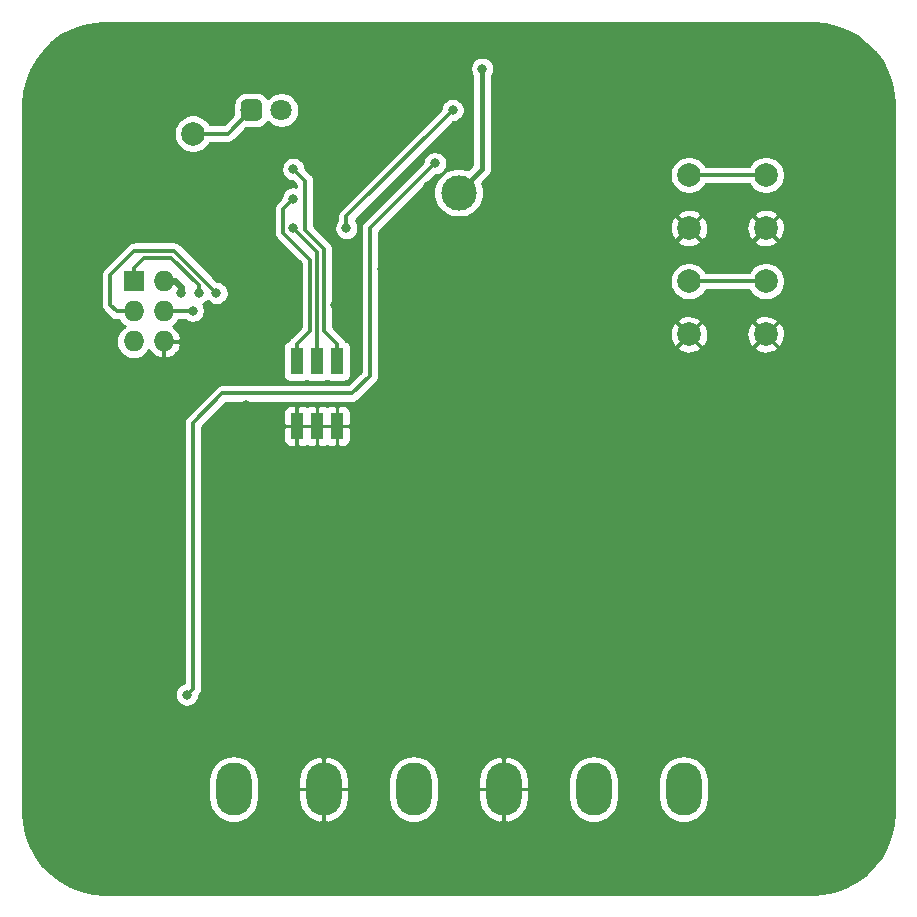
<source format=gbr>
%TF.GenerationSoftware,KiCad,Pcbnew,(5.1.0-rc1)*%
%TF.CreationDate,2020-07-29T19:39:04+03:00*%
%TF.ProjectId,home_pwm,686f6d65-5f70-4776-9d2e-6b696361645f,rev?*%
%TF.SameCoordinates,Original*%
%TF.FileFunction,Copper,L1,Top*%
%TF.FilePolarity,Positive*%
%FSLAX46Y46*%
G04 Gerber Fmt 4.6, Leading zero omitted, Abs format (unit mm)*
G04 Created by KiCad (PCBNEW (5.1.0-rc1)) date 2020-07-29 19:39:04*
%MOMM*%
%LPD*%
G04 APERTURE LIST*
%ADD10C,2.000000*%
%ADD11C,6.200000*%
%ADD12R,1.100000X2.300000*%
%ADD13C,1.000000*%
%ADD14C,1.000000*%
%ADD15O,1.000000X1.000000*%
%ADD16O,9.000000X9.000000*%
%ADD17C,0.100000*%
%ADD18C,1.800000*%
%ADD19R,1.727200X1.727200*%
%ADD20O,1.727200X1.727200*%
%ADD21O,3.000000X4.500000*%
%ADD22C,0.800000*%
%ADD23C,1.500000*%
%ADD24C,3.000000*%
%ADD25C,0.300000*%
%ADD26C,0.400000*%
%ADD27C,0.600000*%
%ADD28C,2.000000*%
%ADD29C,0.250000*%
G04 APERTURE END LIST*
D10*
X77500000Y-85000000D03*
D11*
X130000000Y-142500000D03*
X70000000Y-142500000D03*
D10*
X119500000Y-102000000D03*
X119500000Y-97500000D03*
X126000000Y-102000000D03*
X126000000Y-97500000D03*
X119500000Y-93000000D03*
X119500000Y-88500000D03*
X126000000Y-93000000D03*
X126000000Y-88500000D03*
D12*
X89700000Y-109750000D03*
X88000000Y-109750000D03*
X86300000Y-109750000D03*
X86300000Y-104250000D03*
X88000000Y-104250000D03*
X89700000Y-104250000D03*
D13*
X67737258Y-80237258D03*
D14*
X67737258Y-80237258D02*
X67737258Y-80237258D01*
D15*
X70000000Y-79300000D03*
D13*
X72262742Y-80237258D03*
D14*
X72262742Y-80237258D02*
X72262742Y-80237258D01*
D15*
X73200000Y-82500000D03*
D13*
X72262742Y-84762742D03*
D14*
X72262742Y-84762742D02*
X72262742Y-84762742D01*
D15*
X70000000Y-85700000D03*
D13*
X67737258Y-84762742D03*
D14*
X67737258Y-84762742D02*
X67737258Y-84762742D01*
D15*
X66800000Y-82500000D03*
D16*
X70000000Y-82500000D03*
D13*
X127737258Y-80237258D03*
D14*
X127737258Y-80237258D02*
X127737258Y-80237258D01*
D15*
X130000000Y-79300000D03*
D13*
X132262742Y-80237258D03*
D14*
X132262742Y-80237258D02*
X132262742Y-80237258D01*
D15*
X133200000Y-82500000D03*
D13*
X132262742Y-84762742D03*
D14*
X132262742Y-84762742D02*
X132262742Y-84762742D01*
D15*
X130000000Y-85700000D03*
D13*
X127737258Y-84762742D03*
D14*
X127737258Y-84762742D02*
X127737258Y-84762742D01*
D15*
X126800000Y-82500000D03*
D16*
X130000000Y-82500000D03*
D17*
G36*
X82954108Y-82102167D02*
G01*
X82997791Y-82108647D01*
X83040628Y-82119377D01*
X83082208Y-82134254D01*
X83122129Y-82153135D01*
X83160007Y-82175839D01*
X83195477Y-82202145D01*
X83228198Y-82231802D01*
X83257855Y-82264523D01*
X83284161Y-82299993D01*
X83306865Y-82337871D01*
X83325746Y-82377792D01*
X83340623Y-82419372D01*
X83351353Y-82462209D01*
X83357833Y-82505892D01*
X83360000Y-82550000D01*
X83360000Y-83450000D01*
X83357833Y-83494108D01*
X83351353Y-83537791D01*
X83340623Y-83580628D01*
X83325746Y-83622208D01*
X83306865Y-83662129D01*
X83284161Y-83700007D01*
X83257855Y-83735477D01*
X83228198Y-83768198D01*
X83195477Y-83797855D01*
X83160007Y-83824161D01*
X83122129Y-83846865D01*
X83082208Y-83865746D01*
X83040628Y-83880623D01*
X82997791Y-83891353D01*
X82954108Y-83897833D01*
X82910000Y-83900000D01*
X82010000Y-83900000D01*
X81965892Y-83897833D01*
X81922209Y-83891353D01*
X81879372Y-83880623D01*
X81837792Y-83865746D01*
X81797871Y-83846865D01*
X81759993Y-83824161D01*
X81724523Y-83797855D01*
X81691802Y-83768198D01*
X81662145Y-83735477D01*
X81635839Y-83700007D01*
X81613135Y-83662129D01*
X81594254Y-83622208D01*
X81579377Y-83580628D01*
X81568647Y-83537791D01*
X81562167Y-83494108D01*
X81560000Y-83450000D01*
X81560000Y-82550000D01*
X81562167Y-82505892D01*
X81568647Y-82462209D01*
X81579377Y-82419372D01*
X81594254Y-82377792D01*
X81613135Y-82337871D01*
X81635839Y-82299993D01*
X81662145Y-82264523D01*
X81691802Y-82231802D01*
X81724523Y-82202145D01*
X81759993Y-82175839D01*
X81797871Y-82153135D01*
X81837792Y-82134254D01*
X81879372Y-82119377D01*
X81922209Y-82108647D01*
X81965892Y-82102167D01*
X82010000Y-82100000D01*
X82910000Y-82100000D01*
X82954108Y-82102167D01*
X82954108Y-82102167D01*
G37*
D18*
X82460000Y-83000000D03*
X85000000Y-83000000D03*
D19*
X72500000Y-97500000D03*
D20*
X75040000Y-97500000D03*
X72500000Y-100040000D03*
X75040000Y-100040000D03*
X72500000Y-102580000D03*
X75040000Y-102580000D03*
D21*
X119050000Y-140500000D03*
X111430000Y-140500000D03*
X103810000Y-140500000D03*
X96190000Y-140500000D03*
X88570000Y-140500000D03*
X80950000Y-140500000D03*
D22*
X104000000Y-100500000D03*
X104000000Y-95500000D03*
X101500000Y-98000000D03*
X97500000Y-96500000D03*
X107500000Y-98000000D03*
X106000000Y-89000000D03*
X116000000Y-93000000D03*
X97500000Y-89500000D03*
X101000000Y-92500000D03*
X95000000Y-94000000D03*
X90500000Y-89500000D03*
X107500000Y-104000000D03*
X109000000Y-104000000D03*
X106000000Y-104000000D03*
X106500000Y-81000000D03*
X91000000Y-81500000D03*
X92500000Y-81500000D03*
X89500000Y-81500000D03*
X91000000Y-78500000D03*
X89500000Y-78500000D03*
X92500000Y-78500000D03*
X99500000Y-81500000D03*
X99500000Y-78000000D03*
X105000000Y-78000000D03*
X105000000Y-85500000D03*
X110000000Y-89000000D03*
X110000000Y-95000000D03*
X110000000Y-100500000D03*
X100000000Y-103500000D03*
X100000000Y-108500000D03*
X113500000Y-101000000D03*
X115500000Y-101000000D03*
D23*
X108000000Y-116000000D03*
X108000000Y-114500000D03*
X109500000Y-116000000D03*
D10*
X133000000Y-107000000D03*
D23*
X112000000Y-116000000D03*
X109000000Y-118000000D03*
X114000000Y-116000000D03*
D24*
X129500000Y-103500000D03*
D22*
X89500000Y-85000000D03*
X91500000Y-85000000D03*
X76000000Y-125000000D03*
X79000000Y-125000000D03*
X79000000Y-123000000D03*
X76000000Y-123000000D03*
X79000000Y-121000000D03*
X79000000Y-119000000D03*
X80000000Y-109000000D03*
X82000000Y-108000000D03*
X82000000Y-105000000D03*
X80000000Y-105000000D03*
X78000000Y-106000000D03*
X76000000Y-109000000D03*
X71000000Y-109000000D03*
X73000000Y-107000000D03*
X75000000Y-105000000D03*
X71000000Y-105000000D03*
X74000000Y-123000000D03*
X74000000Y-125000000D03*
X72000000Y-125000000D03*
X72000000Y-123000000D03*
X70000000Y-123000000D03*
X70000000Y-125000000D03*
X105000000Y-146000000D03*
X105000000Y-144000000D03*
X102000000Y-144000000D03*
X102000000Y-146000000D03*
X100000000Y-146000000D03*
X100000000Y-144000000D03*
X98000000Y-144000000D03*
X98000000Y-146000000D03*
X100000000Y-142000000D03*
X100000000Y-140000000D03*
X100000000Y-138000000D03*
X129000000Y-146500000D03*
D24*
X129500000Y-107000000D03*
D10*
X133000000Y-100500000D03*
X133000000Y-103500000D03*
D22*
X93500000Y-96500000D03*
X91500000Y-97500000D03*
X89500000Y-99500000D03*
X86000000Y-100000000D03*
X82000000Y-100000000D03*
X82000000Y-95000000D03*
X84000000Y-95000000D03*
X110000000Y-87500000D03*
X108500000Y-87500000D03*
X96000000Y-84500000D03*
X107500000Y-95000000D03*
X114000000Y-91500000D03*
X114000000Y-94500000D03*
X106500000Y-83000000D03*
X107500000Y-78000000D03*
X113500000Y-79500000D03*
X115500000Y-79500000D03*
X98000000Y-87500000D03*
X77000000Y-132500000D03*
X102000000Y-79500000D03*
X76500000Y-98500000D03*
D24*
X100000000Y-90000000D03*
D22*
X78000000Y-98500000D03*
X79500000Y-98500000D03*
X77500000Y-100000000D03*
X90500000Y-93000000D03*
X99500000Y-83000000D03*
X86000000Y-90500000D03*
X86000000Y-93000000D03*
X86000000Y-88000000D03*
D25*
X101000000Y-92500000D02*
X96500000Y-92500000D01*
X96500000Y-92500000D02*
X95000000Y-94000000D01*
D26*
X91000000Y-81500000D02*
X89500000Y-81500000D01*
X91000000Y-81500000D02*
X91000000Y-78500000D01*
X91000000Y-78500000D02*
X92500000Y-78500000D01*
D25*
X99500000Y-81500000D02*
X99500000Y-78000000D01*
X105000000Y-78000000D02*
X105000000Y-85500000D01*
X110000000Y-89000000D02*
X110000000Y-95000000D01*
X110000000Y-100500000D02*
X104000000Y-100500000D01*
D27*
X100000000Y-103500000D02*
X100000000Y-108500000D01*
D14*
X97500000Y-89500000D02*
X97500000Y-91500000D01*
X98500000Y-92500000D02*
X101000000Y-92500000D01*
X97500000Y-91500000D02*
X98500000Y-92500000D01*
D25*
X70000000Y-142500000D02*
X76000000Y-136500000D01*
X76000000Y-136500000D02*
X76000000Y-125000000D01*
X79000000Y-125000000D02*
X79000000Y-123000000D01*
X79000000Y-123000000D02*
X79000000Y-121000000D01*
X79000000Y-121000000D02*
X79000000Y-119000000D01*
X79000000Y-119000000D02*
X79000000Y-110000000D01*
X79000000Y-110000000D02*
X80000000Y-109000000D01*
X82000000Y-105000000D02*
X80000000Y-105000000D01*
X78000000Y-106000000D02*
X76000000Y-108000000D01*
X76000000Y-108000000D02*
X76000000Y-109000000D01*
X76000000Y-109000000D02*
X71000000Y-109000000D01*
X73000000Y-107000000D02*
X75000000Y-105000000D01*
X74000000Y-123000000D02*
X74000000Y-125000000D01*
X72000000Y-125000000D02*
X72000000Y-123000000D01*
X70000000Y-123000000D02*
X70000000Y-125000000D01*
X105000000Y-146000000D02*
X105000000Y-144000000D01*
X102000000Y-144000000D02*
X102000000Y-146000000D01*
X100000000Y-146000000D02*
X100000000Y-144000000D01*
X98000000Y-144000000D02*
X98000000Y-146000000D01*
X100000000Y-144000000D02*
X100000000Y-142000000D01*
X100000000Y-140000000D02*
X100000000Y-138000000D01*
D28*
X70615938Y-147500000D02*
X70000000Y-146884062D01*
X129384062Y-147500000D02*
X70615938Y-147500000D01*
X130000000Y-146884062D02*
X129384062Y-147500000D01*
X70000000Y-146884062D02*
X70000000Y-142500000D01*
X130000000Y-142500000D02*
X130000000Y-146884062D01*
D25*
X99000000Y-98000000D02*
X97500000Y-96500000D01*
X101500000Y-98000000D02*
X99000000Y-98000000D01*
X97500000Y-96500000D02*
X93500000Y-96500000D01*
X91500000Y-97500000D02*
X89500000Y-99500000D01*
X86000000Y-100000000D02*
X82000000Y-100000000D01*
X82000000Y-100000000D02*
X82000000Y-95000000D01*
X110000000Y-87500000D02*
X108500000Y-87500000D01*
X77500000Y-109500000D02*
X77500000Y-127500000D01*
X98000000Y-87500000D02*
X92500000Y-93000000D01*
X92500000Y-93000000D02*
X92500000Y-105500000D01*
X92500000Y-105500000D02*
X91000000Y-107000000D01*
X91000000Y-107000000D02*
X80000000Y-107000000D01*
X80000000Y-107000000D02*
X77500000Y-109500000D01*
X77500000Y-132000000D02*
X77500000Y-127500000D01*
X77000000Y-132500000D02*
X77500000Y-132000000D01*
D27*
X75040000Y-97500000D02*
X76000000Y-97500000D01*
X76000000Y-97500000D02*
X76500000Y-98000000D01*
X76500000Y-98000000D02*
X76500000Y-98500000D01*
D26*
X100000000Y-90000000D02*
X102000000Y-88000000D01*
X102000000Y-88000000D02*
X102000000Y-87000000D01*
X102000000Y-87000000D02*
X102000000Y-79500000D01*
D25*
X80460000Y-85000000D02*
X82460000Y-83000000D01*
X77500000Y-85000000D02*
X80460000Y-85000000D01*
X72500000Y-96336400D02*
X72500000Y-97500000D01*
X78000000Y-97848542D02*
X75651458Y-95500000D01*
X73336400Y-95500000D02*
X72500000Y-96336400D01*
X75651458Y-95500000D02*
X73336400Y-95500000D01*
X78000000Y-98500000D02*
X78000000Y-97848542D01*
X72500000Y-100040000D02*
X71040000Y-100040000D01*
X71040000Y-100040000D02*
X70500000Y-99500000D01*
X70500000Y-99500000D02*
X70500000Y-96962798D01*
X70500000Y-96962798D02*
X72562807Y-94899991D01*
X75899991Y-94899991D02*
X79500000Y-98500000D01*
X72562807Y-94899991D02*
X75899991Y-94899991D01*
X77460000Y-100040000D02*
X77500000Y-100000000D01*
X75040000Y-100040000D02*
X77460000Y-100040000D01*
X98500000Y-84000000D02*
X91000000Y-91500000D01*
X90500000Y-92000000D02*
X91000000Y-91500000D01*
X90500000Y-93000000D02*
X90500000Y-92000000D01*
X98500000Y-84000000D02*
X99500000Y-83000000D01*
X86300000Y-102800000D02*
X87399990Y-101700010D01*
X85149999Y-91350001D02*
X86000000Y-90500000D01*
X87399990Y-101700010D02*
X87399990Y-95657992D01*
X87399990Y-95657992D02*
X85149999Y-93408001D01*
X86300000Y-104250000D02*
X86300000Y-102800000D01*
X85149999Y-93408001D02*
X85149999Y-91350001D01*
X88000000Y-95000000D02*
X86000000Y-93000000D01*
X88000000Y-104250000D02*
X88000000Y-95000000D01*
X87000000Y-89000000D02*
X87000000Y-93151458D01*
X88600010Y-101700010D02*
X89700000Y-102800000D01*
X86000000Y-88000000D02*
X87000000Y-89000000D01*
X89700000Y-102800000D02*
X89700000Y-104250000D01*
X88600010Y-94751468D02*
X88600010Y-101700010D01*
X87000000Y-93151458D02*
X88600010Y-94751468D01*
X119500000Y-88500000D02*
X126000000Y-88500000D01*
X119500000Y-97500000D02*
X126000000Y-97500000D01*
D29*
G36*
X130988596Y-75723440D02*
G01*
X131956478Y-75937128D01*
X132883377Y-76288299D01*
X133749872Y-76769594D01*
X134537815Y-77370934D01*
X135230701Y-78079721D01*
X135814005Y-78881098D01*
X136275518Y-79758292D01*
X136605570Y-80692919D01*
X136797961Y-81669037D01*
X136850000Y-82519866D01*
X136850001Y-142476432D01*
X136776560Y-143488596D01*
X136562872Y-144456478D01*
X136211702Y-145383375D01*
X135730405Y-146249873D01*
X135129069Y-147037813D01*
X134420279Y-147730701D01*
X133618902Y-148314005D01*
X132741708Y-148775518D01*
X131807080Y-149105570D01*
X130830963Y-149297961D01*
X129980134Y-149350000D01*
X70023554Y-149350000D01*
X69011404Y-149276560D01*
X68043522Y-149062872D01*
X67116625Y-148711702D01*
X66250127Y-148230405D01*
X65462187Y-147629069D01*
X64769299Y-146920279D01*
X64185995Y-146118902D01*
X63724482Y-145241708D01*
X63394430Y-144307080D01*
X63202039Y-143330963D01*
X63150000Y-142480134D01*
X63150000Y-139645617D01*
X78825000Y-139645617D01*
X78825000Y-141354384D01*
X78855749Y-141666573D01*
X78977259Y-142067137D01*
X79174580Y-142436299D01*
X79440129Y-142759872D01*
X79763702Y-143025421D01*
X80132864Y-143222742D01*
X80533428Y-143344252D01*
X80950000Y-143385281D01*
X81366573Y-143344252D01*
X81767137Y-143222742D01*
X82136299Y-143025421D01*
X82459872Y-142759872D01*
X82725421Y-142436299D01*
X82922742Y-142067137D01*
X83044252Y-141666572D01*
X83075000Y-141354383D01*
X83075000Y-140525000D01*
X86445000Y-140525000D01*
X86445000Y-141275000D01*
X86490709Y-141689087D01*
X86616324Y-142086300D01*
X86817017Y-142451374D01*
X87085077Y-142770280D01*
X87410201Y-143030762D01*
X87779896Y-143222811D01*
X88179954Y-143339046D01*
X88212908Y-143344782D01*
X88545000Y-143218591D01*
X88545000Y-140525000D01*
X88595000Y-140525000D01*
X88595000Y-143218591D01*
X88927092Y-143344782D01*
X88960046Y-143339046D01*
X89360104Y-143222811D01*
X89729799Y-143030762D01*
X90054923Y-142770280D01*
X90322983Y-142451374D01*
X90523676Y-142086300D01*
X90649291Y-141689087D01*
X90695000Y-141275000D01*
X90695000Y-140525000D01*
X88595000Y-140525000D01*
X88545000Y-140525000D01*
X86445000Y-140525000D01*
X83075000Y-140525000D01*
X83075000Y-139725000D01*
X86445000Y-139725000D01*
X86445000Y-140475000D01*
X88545000Y-140475000D01*
X88545000Y-137781409D01*
X88595000Y-137781409D01*
X88595000Y-140475000D01*
X90695000Y-140475000D01*
X90695000Y-139725000D01*
X90686238Y-139645617D01*
X94065000Y-139645617D01*
X94065000Y-141354384D01*
X94095749Y-141666573D01*
X94217259Y-142067137D01*
X94414580Y-142436299D01*
X94680129Y-142759872D01*
X95003702Y-143025421D01*
X95372864Y-143222742D01*
X95773428Y-143344252D01*
X96190000Y-143385281D01*
X96606573Y-143344252D01*
X97007137Y-143222742D01*
X97376299Y-143025421D01*
X97699872Y-142759872D01*
X97965421Y-142436299D01*
X98162742Y-142067137D01*
X98284252Y-141666572D01*
X98315000Y-141354383D01*
X98315000Y-140525000D01*
X101685000Y-140525000D01*
X101685000Y-141275000D01*
X101730709Y-141689087D01*
X101856324Y-142086300D01*
X102057017Y-142451374D01*
X102325077Y-142770280D01*
X102650201Y-143030762D01*
X103019896Y-143222811D01*
X103419954Y-143339046D01*
X103452908Y-143344782D01*
X103785000Y-143218591D01*
X103785000Y-140525000D01*
X103835000Y-140525000D01*
X103835000Y-143218591D01*
X104167092Y-143344782D01*
X104200046Y-143339046D01*
X104600104Y-143222811D01*
X104969799Y-143030762D01*
X105294923Y-142770280D01*
X105562983Y-142451374D01*
X105763676Y-142086300D01*
X105889291Y-141689087D01*
X105935000Y-141275000D01*
X105935000Y-140525000D01*
X103835000Y-140525000D01*
X103785000Y-140525000D01*
X101685000Y-140525000D01*
X98315000Y-140525000D01*
X98315000Y-139725000D01*
X101685000Y-139725000D01*
X101685000Y-140475000D01*
X103785000Y-140475000D01*
X103785000Y-137781409D01*
X103835000Y-137781409D01*
X103835000Y-140475000D01*
X105935000Y-140475000D01*
X105935000Y-139725000D01*
X105926238Y-139645617D01*
X109305000Y-139645617D01*
X109305000Y-141354384D01*
X109335749Y-141666573D01*
X109457259Y-142067137D01*
X109654580Y-142436299D01*
X109920129Y-142759872D01*
X110243702Y-143025421D01*
X110612864Y-143222742D01*
X111013428Y-143344252D01*
X111430000Y-143385281D01*
X111846573Y-143344252D01*
X112247137Y-143222742D01*
X112616299Y-143025421D01*
X112939872Y-142759872D01*
X113205421Y-142436299D01*
X113402742Y-142067137D01*
X113524252Y-141666572D01*
X113555000Y-141354383D01*
X113555000Y-139645617D01*
X116925000Y-139645617D01*
X116925000Y-141354384D01*
X116955749Y-141666573D01*
X117077259Y-142067137D01*
X117274580Y-142436299D01*
X117540129Y-142759872D01*
X117863702Y-143025421D01*
X118232864Y-143222742D01*
X118633428Y-143344252D01*
X119050000Y-143385281D01*
X119466573Y-143344252D01*
X119867137Y-143222742D01*
X120236299Y-143025421D01*
X120559872Y-142759872D01*
X120825421Y-142436299D01*
X121022742Y-142067137D01*
X121144252Y-141666572D01*
X121175000Y-141354383D01*
X121175000Y-139645616D01*
X121144252Y-139333427D01*
X121022742Y-138932863D01*
X120825421Y-138563701D01*
X120559872Y-138240128D01*
X120236299Y-137974579D01*
X119867136Y-137777258D01*
X119466572Y-137655748D01*
X119050000Y-137614719D01*
X118633427Y-137655748D01*
X118232863Y-137777258D01*
X117863701Y-137974579D01*
X117540128Y-138240128D01*
X117274579Y-138563701D01*
X117077258Y-138932864D01*
X116955748Y-139333428D01*
X116925000Y-139645617D01*
X113555000Y-139645617D01*
X113555000Y-139645616D01*
X113524252Y-139333427D01*
X113402742Y-138932863D01*
X113205421Y-138563701D01*
X112939872Y-138240128D01*
X112616299Y-137974579D01*
X112247136Y-137777258D01*
X111846572Y-137655748D01*
X111430000Y-137614719D01*
X111013427Y-137655748D01*
X110612863Y-137777258D01*
X110243701Y-137974579D01*
X109920128Y-138240128D01*
X109654579Y-138563701D01*
X109457258Y-138932864D01*
X109335748Y-139333428D01*
X109305000Y-139645617D01*
X105926238Y-139645617D01*
X105889291Y-139310913D01*
X105763676Y-138913700D01*
X105562983Y-138548626D01*
X105294923Y-138229720D01*
X104969799Y-137969238D01*
X104600104Y-137777189D01*
X104200046Y-137660954D01*
X104167092Y-137655218D01*
X103835000Y-137781409D01*
X103785000Y-137781409D01*
X103452908Y-137655218D01*
X103419954Y-137660954D01*
X103019896Y-137777189D01*
X102650201Y-137969238D01*
X102325077Y-138229720D01*
X102057017Y-138548626D01*
X101856324Y-138913700D01*
X101730709Y-139310913D01*
X101685000Y-139725000D01*
X98315000Y-139725000D01*
X98315000Y-139645616D01*
X98284252Y-139333427D01*
X98162742Y-138932863D01*
X97965421Y-138563701D01*
X97699872Y-138240128D01*
X97376299Y-137974579D01*
X97007136Y-137777258D01*
X96606572Y-137655748D01*
X96190000Y-137614719D01*
X95773427Y-137655748D01*
X95372863Y-137777258D01*
X95003701Y-137974579D01*
X94680128Y-138240128D01*
X94414579Y-138563701D01*
X94217258Y-138932864D01*
X94095748Y-139333428D01*
X94065000Y-139645617D01*
X90686238Y-139645617D01*
X90649291Y-139310913D01*
X90523676Y-138913700D01*
X90322983Y-138548626D01*
X90054923Y-138229720D01*
X89729799Y-137969238D01*
X89360104Y-137777189D01*
X88960046Y-137660954D01*
X88927092Y-137655218D01*
X88595000Y-137781409D01*
X88545000Y-137781409D01*
X88212908Y-137655218D01*
X88179954Y-137660954D01*
X87779896Y-137777189D01*
X87410201Y-137969238D01*
X87085077Y-138229720D01*
X86817017Y-138548626D01*
X86616324Y-138913700D01*
X86490709Y-139310913D01*
X86445000Y-139725000D01*
X83075000Y-139725000D01*
X83075000Y-139645616D01*
X83044252Y-139333427D01*
X82922742Y-138932863D01*
X82725421Y-138563701D01*
X82459872Y-138240128D01*
X82136299Y-137974579D01*
X81767136Y-137777258D01*
X81366572Y-137655748D01*
X80950000Y-137614719D01*
X80533427Y-137655748D01*
X80132863Y-137777258D01*
X79763701Y-137974579D01*
X79440128Y-138240128D01*
X79174579Y-138563701D01*
X78977258Y-138932864D01*
X78855748Y-139333428D01*
X78825000Y-139645617D01*
X63150000Y-139645617D01*
X63150000Y-132399046D01*
X75975000Y-132399046D01*
X75975000Y-132600954D01*
X76014390Y-132798982D01*
X76091656Y-132985520D01*
X76203830Y-133153400D01*
X76346600Y-133296170D01*
X76514480Y-133408344D01*
X76701018Y-133485610D01*
X76899046Y-133525000D01*
X77100954Y-133525000D01*
X77298982Y-133485610D01*
X77485520Y-133408344D01*
X77653400Y-133296170D01*
X77796170Y-133153400D01*
X77908344Y-132985520D01*
X77985610Y-132798982D01*
X78025000Y-132600954D01*
X78025000Y-132571717D01*
X78050659Y-132550659D01*
X78123962Y-132461339D01*
X78147506Y-132432651D01*
X78185971Y-132360687D01*
X78219470Y-132298014D01*
X78263786Y-132151926D01*
X78275000Y-132038065D01*
X78275000Y-132038063D01*
X78278749Y-132000000D01*
X78275000Y-131961937D01*
X78275000Y-109931250D01*
X85125000Y-109931250D01*
X85125000Y-110961557D01*
X85149018Y-111082306D01*
X85196132Y-111196049D01*
X85264531Y-111298414D01*
X85351586Y-111385469D01*
X85453952Y-111453868D01*
X85567694Y-111500982D01*
X85688443Y-111525000D01*
X86118750Y-111525000D01*
X86275000Y-111368750D01*
X86275000Y-109775000D01*
X86325000Y-109775000D01*
X86325000Y-111368750D01*
X86481250Y-111525000D01*
X86911557Y-111525000D01*
X87032306Y-111500982D01*
X87146048Y-111453868D01*
X87150000Y-111451227D01*
X87153952Y-111453868D01*
X87267694Y-111500982D01*
X87388443Y-111525000D01*
X87818750Y-111525000D01*
X87975000Y-111368750D01*
X87975000Y-109775000D01*
X88025000Y-109775000D01*
X88025000Y-111368750D01*
X88181250Y-111525000D01*
X88611557Y-111525000D01*
X88732306Y-111500982D01*
X88846048Y-111453868D01*
X88850000Y-111451227D01*
X88853952Y-111453868D01*
X88967694Y-111500982D01*
X89088443Y-111525000D01*
X89518750Y-111525000D01*
X89675000Y-111368750D01*
X89675000Y-109775000D01*
X89725000Y-109775000D01*
X89725000Y-111368750D01*
X89881250Y-111525000D01*
X90311557Y-111525000D01*
X90432306Y-111500982D01*
X90546048Y-111453868D01*
X90648414Y-111385469D01*
X90735469Y-111298414D01*
X90803868Y-111196049D01*
X90850982Y-111082306D01*
X90875000Y-110961557D01*
X90875000Y-109931250D01*
X90718750Y-109775000D01*
X89725000Y-109775000D01*
X89675000Y-109775000D01*
X88025000Y-109775000D01*
X87975000Y-109775000D01*
X86325000Y-109775000D01*
X86275000Y-109775000D01*
X85281250Y-109775000D01*
X85125000Y-109931250D01*
X78275000Y-109931250D01*
X78275000Y-109821014D01*
X79557571Y-108538443D01*
X85125000Y-108538443D01*
X85125000Y-109568750D01*
X85281250Y-109725000D01*
X86275000Y-109725000D01*
X86275000Y-108131250D01*
X86325000Y-108131250D01*
X86325000Y-109725000D01*
X87975000Y-109725000D01*
X87975000Y-108131250D01*
X88025000Y-108131250D01*
X88025000Y-109725000D01*
X89675000Y-109725000D01*
X89675000Y-108131250D01*
X89725000Y-108131250D01*
X89725000Y-109725000D01*
X90718750Y-109725000D01*
X90875000Y-109568750D01*
X90875000Y-108538443D01*
X90850982Y-108417694D01*
X90803868Y-108303951D01*
X90735469Y-108201586D01*
X90648414Y-108114531D01*
X90546048Y-108046132D01*
X90432306Y-107999018D01*
X90311557Y-107975000D01*
X89881250Y-107975000D01*
X89725000Y-108131250D01*
X89675000Y-108131250D01*
X89518750Y-107975000D01*
X89088443Y-107975000D01*
X88967694Y-107999018D01*
X88853952Y-108046132D01*
X88850000Y-108048773D01*
X88846048Y-108046132D01*
X88732306Y-107999018D01*
X88611557Y-107975000D01*
X88181250Y-107975000D01*
X88025000Y-108131250D01*
X87975000Y-108131250D01*
X87818750Y-107975000D01*
X87388443Y-107975000D01*
X87267694Y-107999018D01*
X87153952Y-108046132D01*
X87150000Y-108048773D01*
X87146048Y-108046132D01*
X87032306Y-107999018D01*
X86911557Y-107975000D01*
X86481250Y-107975000D01*
X86325000Y-108131250D01*
X86275000Y-108131250D01*
X86118750Y-107975000D01*
X85688443Y-107975000D01*
X85567694Y-107999018D01*
X85453952Y-108046132D01*
X85351586Y-108114531D01*
X85264531Y-108201586D01*
X85196132Y-108303951D01*
X85149018Y-108417694D01*
X85125000Y-108538443D01*
X79557571Y-108538443D01*
X80321015Y-107775000D01*
X90961937Y-107775000D01*
X91000000Y-107778749D01*
X91038063Y-107775000D01*
X91038065Y-107775000D01*
X91151926Y-107763786D01*
X91298014Y-107719470D01*
X91432650Y-107647506D01*
X91550659Y-107550659D01*
X91574932Y-107521082D01*
X93021087Y-106074928D01*
X93050659Y-106050659D01*
X93147506Y-105932650D01*
X93219470Y-105798014D01*
X93263786Y-105651926D01*
X93275000Y-105538065D01*
X93275000Y-105538064D01*
X93278749Y-105500001D01*
X93275000Y-105461938D01*
X93275000Y-103061651D01*
X118473705Y-103061651D01*
X118560565Y-103335554D01*
X118839169Y-103493166D01*
X119143168Y-103593397D01*
X119460881Y-103632395D01*
X119780097Y-103608660D01*
X120088549Y-103523107D01*
X120374383Y-103379020D01*
X120439435Y-103335554D01*
X120526295Y-103061651D01*
X124973705Y-103061651D01*
X125060565Y-103335554D01*
X125339169Y-103493166D01*
X125643168Y-103593397D01*
X125960881Y-103632395D01*
X126280097Y-103608660D01*
X126588549Y-103523107D01*
X126874383Y-103379020D01*
X126939435Y-103335554D01*
X127026295Y-103061651D01*
X126000000Y-102035355D01*
X124973705Y-103061651D01*
X120526295Y-103061651D01*
X119500000Y-102035355D01*
X118473705Y-103061651D01*
X93275000Y-103061651D01*
X93275000Y-101960881D01*
X117867605Y-101960881D01*
X117891340Y-102280097D01*
X117976893Y-102588549D01*
X118120980Y-102874383D01*
X118164446Y-102939435D01*
X118438349Y-103026295D01*
X119464645Y-102000000D01*
X119535355Y-102000000D01*
X120561651Y-103026295D01*
X120835554Y-102939435D01*
X120993166Y-102660831D01*
X121093397Y-102356832D01*
X121132395Y-102039119D01*
X121126578Y-101960881D01*
X124367605Y-101960881D01*
X124391340Y-102280097D01*
X124476893Y-102588549D01*
X124620980Y-102874383D01*
X124664446Y-102939435D01*
X124938349Y-103026295D01*
X125964645Y-102000000D01*
X126035355Y-102000000D01*
X127061651Y-103026295D01*
X127335554Y-102939435D01*
X127493166Y-102660831D01*
X127593397Y-102356832D01*
X127632395Y-102039119D01*
X127608660Y-101719903D01*
X127523107Y-101411451D01*
X127379020Y-101125617D01*
X127335554Y-101060565D01*
X127061651Y-100973705D01*
X126035355Y-102000000D01*
X125964645Y-102000000D01*
X124938349Y-100973705D01*
X124664446Y-101060565D01*
X124506834Y-101339169D01*
X124406603Y-101643168D01*
X124367605Y-101960881D01*
X121126578Y-101960881D01*
X121108660Y-101719903D01*
X121023107Y-101411451D01*
X120879020Y-101125617D01*
X120835554Y-101060565D01*
X120561651Y-100973705D01*
X119535355Y-102000000D01*
X119464645Y-102000000D01*
X118438349Y-100973705D01*
X118164446Y-101060565D01*
X118006834Y-101339169D01*
X117906603Y-101643168D01*
X117867605Y-101960881D01*
X93275000Y-101960881D01*
X93275000Y-100938349D01*
X118473705Y-100938349D01*
X119500000Y-101964645D01*
X120526295Y-100938349D01*
X124973705Y-100938349D01*
X126000000Y-101964645D01*
X127026295Y-100938349D01*
X126939435Y-100664446D01*
X126660831Y-100506834D01*
X126356832Y-100406603D01*
X126039119Y-100367605D01*
X125719903Y-100391340D01*
X125411451Y-100476893D01*
X125125617Y-100620980D01*
X125060565Y-100664446D01*
X124973705Y-100938349D01*
X120526295Y-100938349D01*
X120439435Y-100664446D01*
X120160831Y-100506834D01*
X119856832Y-100406603D01*
X119539119Y-100367605D01*
X119219903Y-100391340D01*
X118911451Y-100476893D01*
X118625617Y-100620980D01*
X118560565Y-100664446D01*
X118473705Y-100938349D01*
X93275000Y-100938349D01*
X93275000Y-97339951D01*
X117875000Y-97339951D01*
X117875000Y-97660049D01*
X117937448Y-97973995D01*
X118059943Y-98269726D01*
X118237780Y-98535877D01*
X118464123Y-98762220D01*
X118730274Y-98940057D01*
X119026005Y-99062552D01*
X119339951Y-99125000D01*
X119660049Y-99125000D01*
X119973995Y-99062552D01*
X120269726Y-98940057D01*
X120535877Y-98762220D01*
X120762220Y-98535877D01*
X120936533Y-98275000D01*
X124563467Y-98275000D01*
X124737780Y-98535877D01*
X124964123Y-98762220D01*
X125230274Y-98940057D01*
X125526005Y-99062552D01*
X125839951Y-99125000D01*
X126160049Y-99125000D01*
X126473995Y-99062552D01*
X126769726Y-98940057D01*
X127035877Y-98762220D01*
X127262220Y-98535877D01*
X127440057Y-98269726D01*
X127562552Y-97973995D01*
X127625000Y-97660049D01*
X127625000Y-97339951D01*
X127562552Y-97026005D01*
X127440057Y-96730274D01*
X127262220Y-96464123D01*
X127035877Y-96237780D01*
X126769726Y-96059943D01*
X126473995Y-95937448D01*
X126160049Y-95875000D01*
X125839951Y-95875000D01*
X125526005Y-95937448D01*
X125230274Y-96059943D01*
X124964123Y-96237780D01*
X124737780Y-96464123D01*
X124563467Y-96725000D01*
X120936533Y-96725000D01*
X120762220Y-96464123D01*
X120535877Y-96237780D01*
X120269726Y-96059943D01*
X119973995Y-95937448D01*
X119660049Y-95875000D01*
X119339951Y-95875000D01*
X119026005Y-95937448D01*
X118730274Y-96059943D01*
X118464123Y-96237780D01*
X118237780Y-96464123D01*
X118059943Y-96730274D01*
X117937448Y-97026005D01*
X117875000Y-97339951D01*
X93275000Y-97339951D01*
X93275000Y-94061651D01*
X118473705Y-94061651D01*
X118560565Y-94335554D01*
X118839169Y-94493166D01*
X119143168Y-94593397D01*
X119460881Y-94632395D01*
X119780097Y-94608660D01*
X120088549Y-94523107D01*
X120374383Y-94379020D01*
X120439435Y-94335554D01*
X120526295Y-94061651D01*
X124973705Y-94061651D01*
X125060565Y-94335554D01*
X125339169Y-94493166D01*
X125643168Y-94593397D01*
X125960881Y-94632395D01*
X126280097Y-94608660D01*
X126588549Y-94523107D01*
X126874383Y-94379020D01*
X126939435Y-94335554D01*
X127026295Y-94061651D01*
X126000000Y-93035355D01*
X124973705Y-94061651D01*
X120526295Y-94061651D01*
X119500000Y-93035355D01*
X118473705Y-94061651D01*
X93275000Y-94061651D01*
X93275000Y-93321014D01*
X93635133Y-92960881D01*
X117867605Y-92960881D01*
X117891340Y-93280097D01*
X117976893Y-93588549D01*
X118120980Y-93874383D01*
X118164446Y-93939435D01*
X118438349Y-94026295D01*
X119464645Y-93000000D01*
X119535355Y-93000000D01*
X120561651Y-94026295D01*
X120835554Y-93939435D01*
X120993166Y-93660831D01*
X121093397Y-93356832D01*
X121132395Y-93039119D01*
X121126578Y-92960881D01*
X124367605Y-92960881D01*
X124391340Y-93280097D01*
X124476893Y-93588549D01*
X124620980Y-93874383D01*
X124664446Y-93939435D01*
X124938349Y-94026295D01*
X125964645Y-93000000D01*
X126035355Y-93000000D01*
X127061651Y-94026295D01*
X127335554Y-93939435D01*
X127493166Y-93660831D01*
X127593397Y-93356832D01*
X127632395Y-93039119D01*
X127608660Y-92719903D01*
X127523107Y-92411451D01*
X127379020Y-92125617D01*
X127335554Y-92060565D01*
X127061651Y-91973705D01*
X126035355Y-93000000D01*
X125964645Y-93000000D01*
X124938349Y-91973705D01*
X124664446Y-92060565D01*
X124506834Y-92339169D01*
X124406603Y-92643168D01*
X124367605Y-92960881D01*
X121126578Y-92960881D01*
X121108660Y-92719903D01*
X121023107Y-92411451D01*
X120879020Y-92125617D01*
X120835554Y-92060565D01*
X120561651Y-91973705D01*
X119535355Y-93000000D01*
X119464645Y-93000000D01*
X118438349Y-91973705D01*
X118164446Y-92060565D01*
X118006834Y-92339169D01*
X117906603Y-92643168D01*
X117867605Y-92960881D01*
X93635133Y-92960881D01*
X96805309Y-89790706D01*
X97875000Y-89790706D01*
X97875000Y-90209294D01*
X97956663Y-90619840D01*
X98116849Y-91006565D01*
X98349405Y-91354609D01*
X98645391Y-91650595D01*
X98993435Y-91883151D01*
X99380160Y-92043337D01*
X99790706Y-92125000D01*
X100209294Y-92125000D01*
X100619840Y-92043337D01*
X100873304Y-91938349D01*
X118473705Y-91938349D01*
X119500000Y-92964645D01*
X120526295Y-91938349D01*
X124973705Y-91938349D01*
X126000000Y-92964645D01*
X127026295Y-91938349D01*
X126939435Y-91664446D01*
X126660831Y-91506834D01*
X126356832Y-91406603D01*
X126039119Y-91367605D01*
X125719903Y-91391340D01*
X125411451Y-91476893D01*
X125125617Y-91620980D01*
X125060565Y-91664446D01*
X124973705Y-91938349D01*
X120526295Y-91938349D01*
X120439435Y-91664446D01*
X120160831Y-91506834D01*
X119856832Y-91406603D01*
X119539119Y-91367605D01*
X119219903Y-91391340D01*
X118911451Y-91476893D01*
X118625617Y-91620980D01*
X118560565Y-91664446D01*
X118473705Y-91938349D01*
X100873304Y-91938349D01*
X101006565Y-91883151D01*
X101354609Y-91650595D01*
X101650595Y-91354609D01*
X101883151Y-91006565D01*
X102043337Y-90619840D01*
X102125000Y-90209294D01*
X102125000Y-89790706D01*
X102043337Y-89380160D01*
X101968131Y-89198595D01*
X102554711Y-88612015D01*
X102586185Y-88586185D01*
X102689281Y-88460563D01*
X102753749Y-88339951D01*
X117875000Y-88339951D01*
X117875000Y-88660049D01*
X117937448Y-88973995D01*
X118059943Y-89269726D01*
X118237780Y-89535877D01*
X118464123Y-89762220D01*
X118730274Y-89940057D01*
X119026005Y-90062552D01*
X119339951Y-90125000D01*
X119660049Y-90125000D01*
X119973995Y-90062552D01*
X120269726Y-89940057D01*
X120535877Y-89762220D01*
X120762220Y-89535877D01*
X120936533Y-89275000D01*
X124563467Y-89275000D01*
X124737780Y-89535877D01*
X124964123Y-89762220D01*
X125230274Y-89940057D01*
X125526005Y-90062552D01*
X125839951Y-90125000D01*
X126160049Y-90125000D01*
X126473995Y-90062552D01*
X126769726Y-89940057D01*
X127035877Y-89762220D01*
X127262220Y-89535877D01*
X127440057Y-89269726D01*
X127562552Y-88973995D01*
X127625000Y-88660049D01*
X127625000Y-88339951D01*
X127562552Y-88026005D01*
X127440057Y-87730274D01*
X127262220Y-87464123D01*
X127035877Y-87237780D01*
X126769726Y-87059943D01*
X126473995Y-86937448D01*
X126160049Y-86875000D01*
X125839951Y-86875000D01*
X125526005Y-86937448D01*
X125230274Y-87059943D01*
X124964123Y-87237780D01*
X124737780Y-87464123D01*
X124563467Y-87725000D01*
X120936533Y-87725000D01*
X120762220Y-87464123D01*
X120535877Y-87237780D01*
X120269726Y-87059943D01*
X119973995Y-86937448D01*
X119660049Y-86875000D01*
X119339951Y-86875000D01*
X119026005Y-86937448D01*
X118730274Y-87059943D01*
X118464123Y-87237780D01*
X118237780Y-87464123D01*
X118059943Y-87730274D01*
X117937448Y-88026005D01*
X117875000Y-88339951D01*
X102753749Y-88339951D01*
X102765888Y-88317241D01*
X102813062Y-88161728D01*
X102825000Y-88040521D01*
X102825000Y-88040514D01*
X102828990Y-88000001D01*
X102825000Y-87959488D01*
X102825000Y-80110253D01*
X102908344Y-79985520D01*
X102985610Y-79798982D01*
X103025000Y-79600954D01*
X103025000Y-79399046D01*
X102985610Y-79201018D01*
X102908344Y-79014480D01*
X102796170Y-78846600D01*
X102653400Y-78703830D01*
X102485520Y-78591656D01*
X102298982Y-78514390D01*
X102100954Y-78475000D01*
X101899046Y-78475000D01*
X101701018Y-78514390D01*
X101514480Y-78591656D01*
X101346600Y-78703830D01*
X101203830Y-78846600D01*
X101091656Y-79014480D01*
X101014390Y-79201018D01*
X100975000Y-79399046D01*
X100975000Y-79600954D01*
X101014390Y-79798982D01*
X101091656Y-79985520D01*
X101175001Y-80110254D01*
X101175000Y-87040520D01*
X101175001Y-87040529D01*
X101175000Y-87658274D01*
X100801405Y-88031869D01*
X100619840Y-87956663D01*
X100209294Y-87875000D01*
X99790706Y-87875000D01*
X99380160Y-87956663D01*
X98993435Y-88116849D01*
X98645391Y-88349405D01*
X98349405Y-88645391D01*
X98116849Y-88993435D01*
X97956663Y-89380160D01*
X97875000Y-89790706D01*
X96805309Y-89790706D01*
X98071016Y-88525000D01*
X98100954Y-88525000D01*
X98298982Y-88485610D01*
X98485520Y-88408344D01*
X98653400Y-88296170D01*
X98796170Y-88153400D01*
X98908344Y-87985520D01*
X98985610Y-87798982D01*
X99025000Y-87600954D01*
X99025000Y-87399046D01*
X98985610Y-87201018D01*
X98908344Y-87014480D01*
X98796170Y-86846600D01*
X98653400Y-86703830D01*
X98485520Y-86591656D01*
X98298982Y-86514390D01*
X98100954Y-86475000D01*
X97899046Y-86475000D01*
X97701018Y-86514390D01*
X97514480Y-86591656D01*
X97346600Y-86703830D01*
X97203830Y-86846600D01*
X97091656Y-87014480D01*
X97014390Y-87201018D01*
X96975000Y-87399046D01*
X96975000Y-87428984D01*
X91978918Y-92425068D01*
X91949341Y-92449341D01*
X91904524Y-92503952D01*
X91852494Y-92567350D01*
X91847585Y-92576535D01*
X91780530Y-92701987D01*
X91736214Y-92848075D01*
X91731194Y-92899046D01*
X91721251Y-93000000D01*
X91725000Y-93038063D01*
X91725001Y-105178984D01*
X90678986Y-106225000D01*
X80038063Y-106225000D01*
X80000000Y-106221251D01*
X79961937Y-106225000D01*
X79961935Y-106225000D01*
X79848074Y-106236214D01*
X79701986Y-106280530D01*
X79639313Y-106314029D01*
X79567349Y-106352494D01*
X79524888Y-106387342D01*
X79449341Y-106449341D01*
X79425072Y-106478913D01*
X76978918Y-108925068D01*
X76949341Y-108949341D01*
X76878121Y-109036125D01*
X76852494Y-109067350D01*
X76814029Y-109139314D01*
X76780530Y-109201987D01*
X76736214Y-109348075D01*
X76725000Y-109461935D01*
X76721251Y-109500000D01*
X76725000Y-109538063D01*
X76725001Y-127461935D01*
X76725000Y-131509620D01*
X76701018Y-131514390D01*
X76514480Y-131591656D01*
X76346600Y-131703830D01*
X76203830Y-131846600D01*
X76091656Y-132014480D01*
X76014390Y-132201018D01*
X75975000Y-132399046D01*
X63150000Y-132399046D01*
X63150000Y-96962798D01*
X69721251Y-96962798D01*
X69725001Y-97000871D01*
X69725000Y-99461937D01*
X69721251Y-99500000D01*
X69725000Y-99538063D01*
X69725000Y-99538064D01*
X69736214Y-99651925D01*
X69780530Y-99798013D01*
X69780531Y-99798014D01*
X69852494Y-99932650D01*
X69878121Y-99963875D01*
X69949341Y-100050659D01*
X69978918Y-100074932D01*
X70465072Y-100561087D01*
X70489341Y-100590659D01*
X70607350Y-100687506D01*
X70741986Y-100759470D01*
X70888074Y-100803786D01*
X71001935Y-100815000D01*
X71001936Y-100815000D01*
X71039999Y-100818749D01*
X71078062Y-100815000D01*
X71226341Y-100815000D01*
X71256286Y-100871023D01*
X71442308Y-101097692D01*
X71668977Y-101283714D01*
X71718155Y-101310000D01*
X71668977Y-101336286D01*
X71442308Y-101522308D01*
X71256286Y-101748977D01*
X71118059Y-102007581D01*
X71032939Y-102288184D01*
X71004198Y-102580000D01*
X71032939Y-102871816D01*
X71118059Y-103152419D01*
X71256286Y-103411023D01*
X71442308Y-103637692D01*
X71668977Y-103823714D01*
X71927581Y-103961941D01*
X72208184Y-104047061D01*
X72426876Y-104068600D01*
X72573124Y-104068600D01*
X72791816Y-104047061D01*
X73072419Y-103961941D01*
X73331023Y-103823714D01*
X73557692Y-103637692D01*
X73743714Y-103411023D01*
X73772734Y-103356731D01*
X73784000Y-103378999D01*
X73964011Y-103608680D01*
X74185371Y-103798829D01*
X74439574Y-103942139D01*
X74716851Y-104033103D01*
X74782472Y-104046155D01*
X75015000Y-103912115D01*
X75015000Y-102605000D01*
X75065000Y-102605000D01*
X75065000Y-103912115D01*
X75297528Y-104046155D01*
X75363149Y-104033103D01*
X75640426Y-103942139D01*
X75894629Y-103798829D01*
X76115989Y-103608680D01*
X76296000Y-103378999D01*
X76427743Y-103118613D01*
X76506156Y-102837528D01*
X76372141Y-102605000D01*
X75065000Y-102605000D01*
X75015000Y-102605000D01*
X74995000Y-102605000D01*
X74995000Y-102555000D01*
X75015000Y-102555000D01*
X75015000Y-102535000D01*
X75065000Y-102535000D01*
X75065000Y-102555000D01*
X76372141Y-102555000D01*
X76506156Y-102322472D01*
X76427743Y-102041387D01*
X76296000Y-101781001D01*
X76115989Y-101551320D01*
X75894629Y-101361171D01*
X75812614Y-101314934D01*
X75871023Y-101283714D01*
X76097692Y-101097692D01*
X76283714Y-100871023D01*
X76313659Y-100815000D01*
X76874781Y-100815000D01*
X77014480Y-100908344D01*
X77201018Y-100985610D01*
X77399046Y-101025000D01*
X77600954Y-101025000D01*
X77798982Y-100985610D01*
X77985520Y-100908344D01*
X78153400Y-100796170D01*
X78296170Y-100653400D01*
X78408344Y-100485520D01*
X78485610Y-100298982D01*
X78525000Y-100100954D01*
X78525000Y-99899046D01*
X78485610Y-99701018D01*
X78408344Y-99514480D01*
X78369529Y-99456389D01*
X78485520Y-99408344D01*
X78653400Y-99296170D01*
X78750000Y-99199570D01*
X78846600Y-99296170D01*
X79014480Y-99408344D01*
X79201018Y-99485610D01*
X79399046Y-99525000D01*
X79600954Y-99525000D01*
X79798982Y-99485610D01*
X79985520Y-99408344D01*
X80153400Y-99296170D01*
X80296170Y-99153400D01*
X80408344Y-98985520D01*
X80485610Y-98798982D01*
X80525000Y-98600954D01*
X80525000Y-98399046D01*
X80485610Y-98201018D01*
X80408344Y-98014480D01*
X80296170Y-97846600D01*
X80153400Y-97703830D01*
X79985520Y-97591656D01*
X79798982Y-97514390D01*
X79600954Y-97475000D01*
X79571016Y-97475000D01*
X76474923Y-94378909D01*
X76450650Y-94349332D01*
X76332641Y-94252485D01*
X76198005Y-94180521D01*
X76051917Y-94136205D01*
X75938056Y-94124991D01*
X75938054Y-94124991D01*
X75899991Y-94121242D01*
X75861928Y-94124991D01*
X72600870Y-94124991D01*
X72562807Y-94121242D01*
X72524744Y-94124991D01*
X72524742Y-94124991D01*
X72410881Y-94136205D01*
X72298794Y-94170207D01*
X72264792Y-94180521D01*
X72130156Y-94252485D01*
X72049328Y-94318819D01*
X72012148Y-94349332D01*
X71987883Y-94378899D01*
X69978914Y-96387870D01*
X69949342Y-96412139D01*
X69906680Y-96464123D01*
X69852494Y-96530148D01*
X69780531Y-96664784D01*
X69736215Y-96810872D01*
X69721251Y-96962798D01*
X63150000Y-96962798D01*
X63150000Y-91350001D01*
X84371250Y-91350001D01*
X84375000Y-91388074D01*
X84374999Y-93369938D01*
X84371250Y-93408001D01*
X84374999Y-93446064D01*
X84374999Y-93446065D01*
X84386213Y-93559926D01*
X84430529Y-93706014D01*
X84461408Y-93763785D01*
X84502493Y-93840651D01*
X84527341Y-93870928D01*
X84599340Y-93958660D01*
X84628917Y-93982933D01*
X86624991Y-95979008D01*
X86624990Y-101378995D01*
X85778914Y-102225072D01*
X85749342Y-102249341D01*
X85717465Y-102288184D01*
X85652494Y-102367350D01*
X85582892Y-102497568D01*
X85509666Y-102519781D01*
X85401089Y-102577817D01*
X85305920Y-102655920D01*
X85227817Y-102751089D01*
X85169781Y-102859666D01*
X85134043Y-102977479D01*
X85121976Y-103100000D01*
X85121976Y-105400000D01*
X85134043Y-105522521D01*
X85169781Y-105640334D01*
X85227817Y-105748911D01*
X85305920Y-105844080D01*
X85401089Y-105922183D01*
X85509666Y-105980219D01*
X85627479Y-106015957D01*
X85750000Y-106028024D01*
X86850000Y-106028024D01*
X86972521Y-106015957D01*
X87090334Y-105980219D01*
X87150000Y-105948327D01*
X87209666Y-105980219D01*
X87327479Y-106015957D01*
X87450000Y-106028024D01*
X88550000Y-106028024D01*
X88672521Y-106015957D01*
X88790334Y-105980219D01*
X88850000Y-105948327D01*
X88909666Y-105980219D01*
X89027479Y-106015957D01*
X89150000Y-106028024D01*
X90250000Y-106028024D01*
X90372521Y-106015957D01*
X90490334Y-105980219D01*
X90598911Y-105922183D01*
X90694080Y-105844080D01*
X90772183Y-105748911D01*
X90830219Y-105640334D01*
X90865957Y-105522521D01*
X90878024Y-105400000D01*
X90878024Y-103100000D01*
X90865957Y-102977479D01*
X90830219Y-102859666D01*
X90772183Y-102751089D01*
X90694080Y-102655920D01*
X90598911Y-102577817D01*
X90490334Y-102519781D01*
X90417109Y-102497568D01*
X90347507Y-102367351D01*
X90347506Y-102367349D01*
X90282536Y-102288184D01*
X90250659Y-102249341D01*
X90221088Y-102225073D01*
X89375010Y-101378996D01*
X89375010Y-94789531D01*
X89378759Y-94751468D01*
X89375010Y-94713403D01*
X89363796Y-94599542D01*
X89319480Y-94453454D01*
X89285981Y-94390781D01*
X89247516Y-94318817D01*
X89193078Y-94252485D01*
X89150669Y-94200809D01*
X89121098Y-94176541D01*
X87843603Y-92899046D01*
X89475000Y-92899046D01*
X89475000Y-93100954D01*
X89514390Y-93298982D01*
X89591656Y-93485520D01*
X89703830Y-93653400D01*
X89846600Y-93796170D01*
X90014480Y-93908344D01*
X90201018Y-93985610D01*
X90399046Y-94025000D01*
X90600954Y-94025000D01*
X90798982Y-93985610D01*
X90985520Y-93908344D01*
X91153400Y-93796170D01*
X91296170Y-93653400D01*
X91408344Y-93485520D01*
X91485610Y-93298982D01*
X91525000Y-93100954D01*
X91525000Y-92899046D01*
X91485610Y-92701018D01*
X91408344Y-92514480D01*
X91296170Y-92346600D01*
X91275000Y-92325430D01*
X91275000Y-92321014D01*
X91574923Y-92021091D01*
X99074923Y-84521092D01*
X99074927Y-84521087D01*
X99571015Y-84025000D01*
X99600954Y-84025000D01*
X99798982Y-83985610D01*
X99985520Y-83908344D01*
X100153400Y-83796170D01*
X100296170Y-83653400D01*
X100408344Y-83485520D01*
X100485610Y-83298982D01*
X100525000Y-83100954D01*
X100525000Y-82899046D01*
X100485610Y-82701018D01*
X100408344Y-82514480D01*
X100296170Y-82346600D01*
X100153400Y-82203830D01*
X99985520Y-82091656D01*
X99798982Y-82014390D01*
X99600954Y-81975000D01*
X99399046Y-81975000D01*
X99201018Y-82014390D01*
X99014480Y-82091656D01*
X98846600Y-82203830D01*
X98703830Y-82346600D01*
X98591656Y-82514480D01*
X98514390Y-82701018D01*
X98475000Y-82899046D01*
X98475000Y-82928985D01*
X97978913Y-83425073D01*
X97978908Y-83425077D01*
X90478909Y-90925077D01*
X89978914Y-91425072D01*
X89949342Y-91449341D01*
X89906186Y-91501927D01*
X89852494Y-91567350D01*
X89780531Y-91701986D01*
X89736215Y-91848074D01*
X89721251Y-92000000D01*
X89725001Y-92038072D01*
X89725001Y-92325429D01*
X89703830Y-92346600D01*
X89591656Y-92514480D01*
X89514390Y-92701018D01*
X89475000Y-92899046D01*
X87843603Y-92899046D01*
X87775000Y-92830444D01*
X87775000Y-89038063D01*
X87778749Y-89000000D01*
X87775000Y-88961935D01*
X87763786Y-88848074D01*
X87729784Y-88735987D01*
X87719470Y-88701985D01*
X87647506Y-88567349D01*
X87574924Y-88478908D01*
X87574923Y-88478907D01*
X87550659Y-88449341D01*
X87521093Y-88425077D01*
X87025000Y-87928985D01*
X87025000Y-87899046D01*
X86985610Y-87701018D01*
X86908344Y-87514480D01*
X86796170Y-87346600D01*
X86653400Y-87203830D01*
X86485520Y-87091656D01*
X86298982Y-87014390D01*
X86100954Y-86975000D01*
X85899046Y-86975000D01*
X85701018Y-87014390D01*
X85514480Y-87091656D01*
X85346600Y-87203830D01*
X85203830Y-87346600D01*
X85091656Y-87514480D01*
X85014390Y-87701018D01*
X84975000Y-87899046D01*
X84975000Y-88100954D01*
X85014390Y-88298982D01*
X85091656Y-88485520D01*
X85203830Y-88653400D01*
X85346600Y-88796170D01*
X85514480Y-88908344D01*
X85701018Y-88985610D01*
X85899046Y-89025000D01*
X85928985Y-89025000D01*
X86225000Y-89321016D01*
X86225000Y-89499674D01*
X86100954Y-89475000D01*
X85899046Y-89475000D01*
X85701018Y-89514390D01*
X85514480Y-89591656D01*
X85346600Y-89703830D01*
X85203830Y-89846600D01*
X85091656Y-90014480D01*
X85014390Y-90201018D01*
X84975000Y-90399046D01*
X84975000Y-90428986D01*
X84628913Y-90775073D01*
X84599341Y-90799342D01*
X84544955Y-90865612D01*
X84502493Y-90917351D01*
X84430530Y-91051987D01*
X84386214Y-91198075D01*
X84371250Y-91350001D01*
X63150000Y-91350001D01*
X63150000Y-84839951D01*
X75875000Y-84839951D01*
X75875000Y-85160049D01*
X75937448Y-85473995D01*
X76059943Y-85769726D01*
X76237780Y-86035877D01*
X76464123Y-86262220D01*
X76730274Y-86440057D01*
X77026005Y-86562552D01*
X77339951Y-86625000D01*
X77660049Y-86625000D01*
X77973995Y-86562552D01*
X78269726Y-86440057D01*
X78535877Y-86262220D01*
X78762220Y-86035877D01*
X78936533Y-85775000D01*
X80421937Y-85775000D01*
X80460000Y-85778749D01*
X80498063Y-85775000D01*
X80498065Y-85775000D01*
X80611926Y-85763786D01*
X80758014Y-85719470D01*
X80892650Y-85647506D01*
X81010659Y-85550659D01*
X81034932Y-85521082D01*
X82027991Y-84528024D01*
X82910000Y-84528024D01*
X83120312Y-84507310D01*
X83322542Y-84445964D01*
X83508918Y-84346344D01*
X83672278Y-84212278D01*
X83806344Y-84048918D01*
X83836265Y-83992941D01*
X84027869Y-84184545D01*
X84277642Y-84351438D01*
X84555174Y-84466395D01*
X84849801Y-84525000D01*
X85150199Y-84525000D01*
X85444826Y-84466395D01*
X85722358Y-84351438D01*
X85972131Y-84184545D01*
X86184545Y-83972131D01*
X86351438Y-83722358D01*
X86466395Y-83444826D01*
X86525000Y-83150199D01*
X86525000Y-82849801D01*
X86466395Y-82555174D01*
X86351438Y-82277642D01*
X86184545Y-82027869D01*
X85972131Y-81815455D01*
X85722358Y-81648562D01*
X85444826Y-81533605D01*
X85150199Y-81475000D01*
X84849801Y-81475000D01*
X84555174Y-81533605D01*
X84277642Y-81648562D01*
X84027869Y-81815455D01*
X83836265Y-82007059D01*
X83806344Y-81951082D01*
X83672278Y-81787722D01*
X83508918Y-81653656D01*
X83322542Y-81554036D01*
X83120312Y-81492690D01*
X82910000Y-81471976D01*
X82010000Y-81471976D01*
X81799688Y-81492690D01*
X81597458Y-81554036D01*
X81411082Y-81653656D01*
X81247722Y-81787722D01*
X81113656Y-81951082D01*
X81014036Y-82137458D01*
X80952690Y-82339688D01*
X80931976Y-82550000D01*
X80931976Y-83432009D01*
X80138986Y-84225000D01*
X78936533Y-84225000D01*
X78762220Y-83964123D01*
X78535877Y-83737780D01*
X78269726Y-83559943D01*
X77973995Y-83437448D01*
X77660049Y-83375000D01*
X77339951Y-83375000D01*
X77026005Y-83437448D01*
X76730274Y-83559943D01*
X76464123Y-83737780D01*
X76237780Y-83964123D01*
X76059943Y-84230274D01*
X75937448Y-84526005D01*
X75875000Y-84839951D01*
X63150000Y-84839951D01*
X63150000Y-82523555D01*
X63223440Y-81511404D01*
X63437128Y-80543522D01*
X63788299Y-79616623D01*
X64269594Y-78750128D01*
X64870934Y-77962185D01*
X65579721Y-77269299D01*
X66381098Y-76685995D01*
X67258292Y-76224482D01*
X68192919Y-75894430D01*
X69169037Y-75702039D01*
X70019866Y-75650000D01*
X129976445Y-75650000D01*
X130988596Y-75723440D01*
X130988596Y-75723440D01*
G37*
X130988596Y-75723440D02*
X131956478Y-75937128D01*
X132883377Y-76288299D01*
X133749872Y-76769594D01*
X134537815Y-77370934D01*
X135230701Y-78079721D01*
X135814005Y-78881098D01*
X136275518Y-79758292D01*
X136605570Y-80692919D01*
X136797961Y-81669037D01*
X136850000Y-82519866D01*
X136850001Y-142476432D01*
X136776560Y-143488596D01*
X136562872Y-144456478D01*
X136211702Y-145383375D01*
X135730405Y-146249873D01*
X135129069Y-147037813D01*
X134420279Y-147730701D01*
X133618902Y-148314005D01*
X132741708Y-148775518D01*
X131807080Y-149105570D01*
X130830963Y-149297961D01*
X129980134Y-149350000D01*
X70023554Y-149350000D01*
X69011404Y-149276560D01*
X68043522Y-149062872D01*
X67116625Y-148711702D01*
X66250127Y-148230405D01*
X65462187Y-147629069D01*
X64769299Y-146920279D01*
X64185995Y-146118902D01*
X63724482Y-145241708D01*
X63394430Y-144307080D01*
X63202039Y-143330963D01*
X63150000Y-142480134D01*
X63150000Y-139645617D01*
X78825000Y-139645617D01*
X78825000Y-141354384D01*
X78855749Y-141666573D01*
X78977259Y-142067137D01*
X79174580Y-142436299D01*
X79440129Y-142759872D01*
X79763702Y-143025421D01*
X80132864Y-143222742D01*
X80533428Y-143344252D01*
X80950000Y-143385281D01*
X81366573Y-143344252D01*
X81767137Y-143222742D01*
X82136299Y-143025421D01*
X82459872Y-142759872D01*
X82725421Y-142436299D01*
X82922742Y-142067137D01*
X83044252Y-141666572D01*
X83075000Y-141354383D01*
X83075000Y-140525000D01*
X86445000Y-140525000D01*
X86445000Y-141275000D01*
X86490709Y-141689087D01*
X86616324Y-142086300D01*
X86817017Y-142451374D01*
X87085077Y-142770280D01*
X87410201Y-143030762D01*
X87779896Y-143222811D01*
X88179954Y-143339046D01*
X88212908Y-143344782D01*
X88545000Y-143218591D01*
X88545000Y-140525000D01*
X88595000Y-140525000D01*
X88595000Y-143218591D01*
X88927092Y-143344782D01*
X88960046Y-143339046D01*
X89360104Y-143222811D01*
X89729799Y-143030762D01*
X90054923Y-142770280D01*
X90322983Y-142451374D01*
X90523676Y-142086300D01*
X90649291Y-141689087D01*
X90695000Y-141275000D01*
X90695000Y-140525000D01*
X88595000Y-140525000D01*
X88545000Y-140525000D01*
X86445000Y-140525000D01*
X83075000Y-140525000D01*
X83075000Y-139725000D01*
X86445000Y-139725000D01*
X86445000Y-140475000D01*
X88545000Y-140475000D01*
X88545000Y-137781409D01*
X88595000Y-137781409D01*
X88595000Y-140475000D01*
X90695000Y-140475000D01*
X90695000Y-139725000D01*
X90686238Y-139645617D01*
X94065000Y-139645617D01*
X94065000Y-141354384D01*
X94095749Y-141666573D01*
X94217259Y-142067137D01*
X94414580Y-142436299D01*
X94680129Y-142759872D01*
X95003702Y-143025421D01*
X95372864Y-143222742D01*
X95773428Y-143344252D01*
X96190000Y-143385281D01*
X96606573Y-143344252D01*
X97007137Y-143222742D01*
X97376299Y-143025421D01*
X97699872Y-142759872D01*
X97965421Y-142436299D01*
X98162742Y-142067137D01*
X98284252Y-141666572D01*
X98315000Y-141354383D01*
X98315000Y-140525000D01*
X101685000Y-140525000D01*
X101685000Y-141275000D01*
X101730709Y-141689087D01*
X101856324Y-142086300D01*
X102057017Y-142451374D01*
X102325077Y-142770280D01*
X102650201Y-143030762D01*
X103019896Y-143222811D01*
X103419954Y-143339046D01*
X103452908Y-143344782D01*
X103785000Y-143218591D01*
X103785000Y-140525000D01*
X103835000Y-140525000D01*
X103835000Y-143218591D01*
X104167092Y-143344782D01*
X104200046Y-143339046D01*
X104600104Y-143222811D01*
X104969799Y-143030762D01*
X105294923Y-142770280D01*
X105562983Y-142451374D01*
X105763676Y-142086300D01*
X105889291Y-141689087D01*
X105935000Y-141275000D01*
X105935000Y-140525000D01*
X103835000Y-140525000D01*
X103785000Y-140525000D01*
X101685000Y-140525000D01*
X98315000Y-140525000D01*
X98315000Y-139725000D01*
X101685000Y-139725000D01*
X101685000Y-140475000D01*
X103785000Y-140475000D01*
X103785000Y-137781409D01*
X103835000Y-137781409D01*
X103835000Y-140475000D01*
X105935000Y-140475000D01*
X105935000Y-139725000D01*
X105926238Y-139645617D01*
X109305000Y-139645617D01*
X109305000Y-141354384D01*
X109335749Y-141666573D01*
X109457259Y-142067137D01*
X109654580Y-142436299D01*
X109920129Y-142759872D01*
X110243702Y-143025421D01*
X110612864Y-143222742D01*
X111013428Y-143344252D01*
X111430000Y-143385281D01*
X111846573Y-143344252D01*
X112247137Y-143222742D01*
X112616299Y-143025421D01*
X112939872Y-142759872D01*
X113205421Y-142436299D01*
X113402742Y-142067137D01*
X113524252Y-141666572D01*
X113555000Y-141354383D01*
X113555000Y-139645617D01*
X116925000Y-139645617D01*
X116925000Y-141354384D01*
X116955749Y-141666573D01*
X117077259Y-142067137D01*
X117274580Y-142436299D01*
X117540129Y-142759872D01*
X117863702Y-143025421D01*
X118232864Y-143222742D01*
X118633428Y-143344252D01*
X119050000Y-143385281D01*
X119466573Y-143344252D01*
X119867137Y-143222742D01*
X120236299Y-143025421D01*
X120559872Y-142759872D01*
X120825421Y-142436299D01*
X121022742Y-142067137D01*
X121144252Y-141666572D01*
X121175000Y-141354383D01*
X121175000Y-139645616D01*
X121144252Y-139333427D01*
X121022742Y-138932863D01*
X120825421Y-138563701D01*
X120559872Y-138240128D01*
X120236299Y-137974579D01*
X119867136Y-137777258D01*
X119466572Y-137655748D01*
X119050000Y-137614719D01*
X118633427Y-137655748D01*
X118232863Y-137777258D01*
X117863701Y-137974579D01*
X117540128Y-138240128D01*
X117274579Y-138563701D01*
X117077258Y-138932864D01*
X116955748Y-139333428D01*
X116925000Y-139645617D01*
X113555000Y-139645617D01*
X113555000Y-139645616D01*
X113524252Y-139333427D01*
X113402742Y-138932863D01*
X113205421Y-138563701D01*
X112939872Y-138240128D01*
X112616299Y-137974579D01*
X112247136Y-137777258D01*
X111846572Y-137655748D01*
X111430000Y-137614719D01*
X111013427Y-137655748D01*
X110612863Y-137777258D01*
X110243701Y-137974579D01*
X109920128Y-138240128D01*
X109654579Y-138563701D01*
X109457258Y-138932864D01*
X109335748Y-139333428D01*
X109305000Y-139645617D01*
X105926238Y-139645617D01*
X105889291Y-139310913D01*
X105763676Y-138913700D01*
X105562983Y-138548626D01*
X105294923Y-138229720D01*
X104969799Y-137969238D01*
X104600104Y-137777189D01*
X104200046Y-137660954D01*
X104167092Y-137655218D01*
X103835000Y-137781409D01*
X103785000Y-137781409D01*
X103452908Y-137655218D01*
X103419954Y-137660954D01*
X103019896Y-137777189D01*
X102650201Y-137969238D01*
X102325077Y-138229720D01*
X102057017Y-138548626D01*
X101856324Y-138913700D01*
X101730709Y-139310913D01*
X101685000Y-139725000D01*
X98315000Y-139725000D01*
X98315000Y-139645616D01*
X98284252Y-139333427D01*
X98162742Y-138932863D01*
X97965421Y-138563701D01*
X97699872Y-138240128D01*
X97376299Y-137974579D01*
X97007136Y-137777258D01*
X96606572Y-137655748D01*
X96190000Y-137614719D01*
X95773427Y-137655748D01*
X95372863Y-137777258D01*
X95003701Y-137974579D01*
X94680128Y-138240128D01*
X94414579Y-138563701D01*
X94217258Y-138932864D01*
X94095748Y-139333428D01*
X94065000Y-139645617D01*
X90686238Y-139645617D01*
X90649291Y-139310913D01*
X90523676Y-138913700D01*
X90322983Y-138548626D01*
X90054923Y-138229720D01*
X89729799Y-137969238D01*
X89360104Y-137777189D01*
X88960046Y-137660954D01*
X88927092Y-137655218D01*
X88595000Y-137781409D01*
X88545000Y-137781409D01*
X88212908Y-137655218D01*
X88179954Y-137660954D01*
X87779896Y-137777189D01*
X87410201Y-137969238D01*
X87085077Y-138229720D01*
X86817017Y-138548626D01*
X86616324Y-138913700D01*
X86490709Y-139310913D01*
X86445000Y-139725000D01*
X83075000Y-139725000D01*
X83075000Y-139645616D01*
X83044252Y-139333427D01*
X82922742Y-138932863D01*
X82725421Y-138563701D01*
X82459872Y-138240128D01*
X82136299Y-137974579D01*
X81767136Y-137777258D01*
X81366572Y-137655748D01*
X80950000Y-137614719D01*
X80533427Y-137655748D01*
X80132863Y-137777258D01*
X79763701Y-137974579D01*
X79440128Y-138240128D01*
X79174579Y-138563701D01*
X78977258Y-138932864D01*
X78855748Y-139333428D01*
X78825000Y-139645617D01*
X63150000Y-139645617D01*
X63150000Y-132399046D01*
X75975000Y-132399046D01*
X75975000Y-132600954D01*
X76014390Y-132798982D01*
X76091656Y-132985520D01*
X76203830Y-133153400D01*
X76346600Y-133296170D01*
X76514480Y-133408344D01*
X76701018Y-133485610D01*
X76899046Y-133525000D01*
X77100954Y-133525000D01*
X77298982Y-133485610D01*
X77485520Y-133408344D01*
X77653400Y-133296170D01*
X77796170Y-133153400D01*
X77908344Y-132985520D01*
X77985610Y-132798982D01*
X78025000Y-132600954D01*
X78025000Y-132571717D01*
X78050659Y-132550659D01*
X78123962Y-132461339D01*
X78147506Y-132432651D01*
X78185971Y-132360687D01*
X78219470Y-132298014D01*
X78263786Y-132151926D01*
X78275000Y-132038065D01*
X78275000Y-132038063D01*
X78278749Y-132000000D01*
X78275000Y-131961937D01*
X78275000Y-109931250D01*
X85125000Y-109931250D01*
X85125000Y-110961557D01*
X85149018Y-111082306D01*
X85196132Y-111196049D01*
X85264531Y-111298414D01*
X85351586Y-111385469D01*
X85453952Y-111453868D01*
X85567694Y-111500982D01*
X85688443Y-111525000D01*
X86118750Y-111525000D01*
X86275000Y-111368750D01*
X86275000Y-109775000D01*
X86325000Y-109775000D01*
X86325000Y-111368750D01*
X86481250Y-111525000D01*
X86911557Y-111525000D01*
X87032306Y-111500982D01*
X87146048Y-111453868D01*
X87150000Y-111451227D01*
X87153952Y-111453868D01*
X87267694Y-111500982D01*
X87388443Y-111525000D01*
X87818750Y-111525000D01*
X87975000Y-111368750D01*
X87975000Y-109775000D01*
X88025000Y-109775000D01*
X88025000Y-111368750D01*
X88181250Y-111525000D01*
X88611557Y-111525000D01*
X88732306Y-111500982D01*
X88846048Y-111453868D01*
X88850000Y-111451227D01*
X88853952Y-111453868D01*
X88967694Y-111500982D01*
X89088443Y-111525000D01*
X89518750Y-111525000D01*
X89675000Y-111368750D01*
X89675000Y-109775000D01*
X89725000Y-109775000D01*
X89725000Y-111368750D01*
X89881250Y-111525000D01*
X90311557Y-111525000D01*
X90432306Y-111500982D01*
X90546048Y-111453868D01*
X90648414Y-111385469D01*
X90735469Y-111298414D01*
X90803868Y-111196049D01*
X90850982Y-111082306D01*
X90875000Y-110961557D01*
X90875000Y-109931250D01*
X90718750Y-109775000D01*
X89725000Y-109775000D01*
X89675000Y-109775000D01*
X88025000Y-109775000D01*
X87975000Y-109775000D01*
X86325000Y-109775000D01*
X86275000Y-109775000D01*
X85281250Y-109775000D01*
X85125000Y-109931250D01*
X78275000Y-109931250D01*
X78275000Y-109821014D01*
X79557571Y-108538443D01*
X85125000Y-108538443D01*
X85125000Y-109568750D01*
X85281250Y-109725000D01*
X86275000Y-109725000D01*
X86275000Y-108131250D01*
X86325000Y-108131250D01*
X86325000Y-109725000D01*
X87975000Y-109725000D01*
X87975000Y-108131250D01*
X88025000Y-108131250D01*
X88025000Y-109725000D01*
X89675000Y-109725000D01*
X89675000Y-108131250D01*
X89725000Y-108131250D01*
X89725000Y-109725000D01*
X90718750Y-109725000D01*
X90875000Y-109568750D01*
X90875000Y-108538443D01*
X90850982Y-108417694D01*
X90803868Y-108303951D01*
X90735469Y-108201586D01*
X90648414Y-108114531D01*
X90546048Y-108046132D01*
X90432306Y-107999018D01*
X90311557Y-107975000D01*
X89881250Y-107975000D01*
X89725000Y-108131250D01*
X89675000Y-108131250D01*
X89518750Y-107975000D01*
X89088443Y-107975000D01*
X88967694Y-107999018D01*
X88853952Y-108046132D01*
X88850000Y-108048773D01*
X88846048Y-108046132D01*
X88732306Y-107999018D01*
X88611557Y-107975000D01*
X88181250Y-107975000D01*
X88025000Y-108131250D01*
X87975000Y-108131250D01*
X87818750Y-107975000D01*
X87388443Y-107975000D01*
X87267694Y-107999018D01*
X87153952Y-108046132D01*
X87150000Y-108048773D01*
X87146048Y-108046132D01*
X87032306Y-107999018D01*
X86911557Y-107975000D01*
X86481250Y-107975000D01*
X86325000Y-108131250D01*
X86275000Y-108131250D01*
X86118750Y-107975000D01*
X85688443Y-107975000D01*
X85567694Y-107999018D01*
X85453952Y-108046132D01*
X85351586Y-108114531D01*
X85264531Y-108201586D01*
X85196132Y-108303951D01*
X85149018Y-108417694D01*
X85125000Y-108538443D01*
X79557571Y-108538443D01*
X80321015Y-107775000D01*
X90961937Y-107775000D01*
X91000000Y-107778749D01*
X91038063Y-107775000D01*
X91038065Y-107775000D01*
X91151926Y-107763786D01*
X91298014Y-107719470D01*
X91432650Y-107647506D01*
X91550659Y-107550659D01*
X91574932Y-107521082D01*
X93021087Y-106074928D01*
X93050659Y-106050659D01*
X93147506Y-105932650D01*
X93219470Y-105798014D01*
X93263786Y-105651926D01*
X93275000Y-105538065D01*
X93275000Y-105538064D01*
X93278749Y-105500001D01*
X93275000Y-105461938D01*
X93275000Y-103061651D01*
X118473705Y-103061651D01*
X118560565Y-103335554D01*
X118839169Y-103493166D01*
X119143168Y-103593397D01*
X119460881Y-103632395D01*
X119780097Y-103608660D01*
X120088549Y-103523107D01*
X120374383Y-103379020D01*
X120439435Y-103335554D01*
X120526295Y-103061651D01*
X124973705Y-103061651D01*
X125060565Y-103335554D01*
X125339169Y-103493166D01*
X125643168Y-103593397D01*
X125960881Y-103632395D01*
X126280097Y-103608660D01*
X126588549Y-103523107D01*
X126874383Y-103379020D01*
X126939435Y-103335554D01*
X127026295Y-103061651D01*
X126000000Y-102035355D01*
X124973705Y-103061651D01*
X120526295Y-103061651D01*
X119500000Y-102035355D01*
X118473705Y-103061651D01*
X93275000Y-103061651D01*
X93275000Y-101960881D01*
X117867605Y-101960881D01*
X117891340Y-102280097D01*
X117976893Y-102588549D01*
X118120980Y-102874383D01*
X118164446Y-102939435D01*
X118438349Y-103026295D01*
X119464645Y-102000000D01*
X119535355Y-102000000D01*
X120561651Y-103026295D01*
X120835554Y-102939435D01*
X120993166Y-102660831D01*
X121093397Y-102356832D01*
X121132395Y-102039119D01*
X121126578Y-101960881D01*
X124367605Y-101960881D01*
X124391340Y-102280097D01*
X124476893Y-102588549D01*
X124620980Y-102874383D01*
X124664446Y-102939435D01*
X124938349Y-103026295D01*
X125964645Y-102000000D01*
X126035355Y-102000000D01*
X127061651Y-103026295D01*
X127335554Y-102939435D01*
X127493166Y-102660831D01*
X127593397Y-102356832D01*
X127632395Y-102039119D01*
X127608660Y-101719903D01*
X127523107Y-101411451D01*
X127379020Y-101125617D01*
X127335554Y-101060565D01*
X127061651Y-100973705D01*
X126035355Y-102000000D01*
X125964645Y-102000000D01*
X124938349Y-100973705D01*
X124664446Y-101060565D01*
X124506834Y-101339169D01*
X124406603Y-101643168D01*
X124367605Y-101960881D01*
X121126578Y-101960881D01*
X121108660Y-101719903D01*
X121023107Y-101411451D01*
X120879020Y-101125617D01*
X120835554Y-101060565D01*
X120561651Y-100973705D01*
X119535355Y-102000000D01*
X119464645Y-102000000D01*
X118438349Y-100973705D01*
X118164446Y-101060565D01*
X118006834Y-101339169D01*
X117906603Y-101643168D01*
X117867605Y-101960881D01*
X93275000Y-101960881D01*
X93275000Y-100938349D01*
X118473705Y-100938349D01*
X119500000Y-101964645D01*
X120526295Y-100938349D01*
X124973705Y-100938349D01*
X126000000Y-101964645D01*
X127026295Y-100938349D01*
X126939435Y-100664446D01*
X126660831Y-100506834D01*
X126356832Y-100406603D01*
X126039119Y-100367605D01*
X125719903Y-100391340D01*
X125411451Y-100476893D01*
X125125617Y-100620980D01*
X125060565Y-100664446D01*
X124973705Y-100938349D01*
X120526295Y-100938349D01*
X120439435Y-100664446D01*
X120160831Y-100506834D01*
X119856832Y-100406603D01*
X119539119Y-100367605D01*
X119219903Y-100391340D01*
X118911451Y-100476893D01*
X118625617Y-100620980D01*
X118560565Y-100664446D01*
X118473705Y-100938349D01*
X93275000Y-100938349D01*
X93275000Y-97339951D01*
X117875000Y-97339951D01*
X117875000Y-97660049D01*
X117937448Y-97973995D01*
X118059943Y-98269726D01*
X118237780Y-98535877D01*
X118464123Y-98762220D01*
X118730274Y-98940057D01*
X119026005Y-99062552D01*
X119339951Y-99125000D01*
X119660049Y-99125000D01*
X119973995Y-99062552D01*
X120269726Y-98940057D01*
X120535877Y-98762220D01*
X120762220Y-98535877D01*
X120936533Y-98275000D01*
X124563467Y-98275000D01*
X124737780Y-98535877D01*
X124964123Y-98762220D01*
X125230274Y-98940057D01*
X125526005Y-99062552D01*
X125839951Y-99125000D01*
X126160049Y-99125000D01*
X126473995Y-99062552D01*
X126769726Y-98940057D01*
X127035877Y-98762220D01*
X127262220Y-98535877D01*
X127440057Y-98269726D01*
X127562552Y-97973995D01*
X127625000Y-97660049D01*
X127625000Y-97339951D01*
X127562552Y-97026005D01*
X127440057Y-96730274D01*
X127262220Y-96464123D01*
X127035877Y-96237780D01*
X126769726Y-96059943D01*
X126473995Y-95937448D01*
X126160049Y-95875000D01*
X125839951Y-95875000D01*
X125526005Y-95937448D01*
X125230274Y-96059943D01*
X124964123Y-96237780D01*
X124737780Y-96464123D01*
X124563467Y-96725000D01*
X120936533Y-96725000D01*
X120762220Y-96464123D01*
X120535877Y-96237780D01*
X120269726Y-96059943D01*
X119973995Y-95937448D01*
X119660049Y-95875000D01*
X119339951Y-95875000D01*
X119026005Y-95937448D01*
X118730274Y-96059943D01*
X118464123Y-96237780D01*
X118237780Y-96464123D01*
X118059943Y-96730274D01*
X117937448Y-97026005D01*
X117875000Y-97339951D01*
X93275000Y-97339951D01*
X93275000Y-94061651D01*
X118473705Y-94061651D01*
X118560565Y-94335554D01*
X118839169Y-94493166D01*
X119143168Y-94593397D01*
X119460881Y-94632395D01*
X119780097Y-94608660D01*
X120088549Y-94523107D01*
X120374383Y-94379020D01*
X120439435Y-94335554D01*
X120526295Y-94061651D01*
X124973705Y-94061651D01*
X125060565Y-94335554D01*
X125339169Y-94493166D01*
X125643168Y-94593397D01*
X125960881Y-94632395D01*
X126280097Y-94608660D01*
X126588549Y-94523107D01*
X126874383Y-94379020D01*
X126939435Y-94335554D01*
X127026295Y-94061651D01*
X126000000Y-93035355D01*
X124973705Y-94061651D01*
X120526295Y-94061651D01*
X119500000Y-93035355D01*
X118473705Y-94061651D01*
X93275000Y-94061651D01*
X93275000Y-93321014D01*
X93635133Y-92960881D01*
X117867605Y-92960881D01*
X117891340Y-93280097D01*
X117976893Y-93588549D01*
X118120980Y-93874383D01*
X118164446Y-93939435D01*
X118438349Y-94026295D01*
X119464645Y-93000000D01*
X119535355Y-93000000D01*
X120561651Y-94026295D01*
X120835554Y-93939435D01*
X120993166Y-93660831D01*
X121093397Y-93356832D01*
X121132395Y-93039119D01*
X121126578Y-92960881D01*
X124367605Y-92960881D01*
X124391340Y-93280097D01*
X124476893Y-93588549D01*
X124620980Y-93874383D01*
X124664446Y-93939435D01*
X124938349Y-94026295D01*
X125964645Y-93000000D01*
X126035355Y-93000000D01*
X127061651Y-94026295D01*
X127335554Y-93939435D01*
X127493166Y-93660831D01*
X127593397Y-93356832D01*
X127632395Y-93039119D01*
X127608660Y-92719903D01*
X127523107Y-92411451D01*
X127379020Y-92125617D01*
X127335554Y-92060565D01*
X127061651Y-91973705D01*
X126035355Y-93000000D01*
X125964645Y-93000000D01*
X124938349Y-91973705D01*
X124664446Y-92060565D01*
X124506834Y-92339169D01*
X124406603Y-92643168D01*
X124367605Y-92960881D01*
X121126578Y-92960881D01*
X121108660Y-92719903D01*
X121023107Y-92411451D01*
X120879020Y-92125617D01*
X120835554Y-92060565D01*
X120561651Y-91973705D01*
X119535355Y-93000000D01*
X119464645Y-93000000D01*
X118438349Y-91973705D01*
X118164446Y-92060565D01*
X118006834Y-92339169D01*
X117906603Y-92643168D01*
X117867605Y-92960881D01*
X93635133Y-92960881D01*
X96805309Y-89790706D01*
X97875000Y-89790706D01*
X97875000Y-90209294D01*
X97956663Y-90619840D01*
X98116849Y-91006565D01*
X98349405Y-91354609D01*
X98645391Y-91650595D01*
X98993435Y-91883151D01*
X99380160Y-92043337D01*
X99790706Y-92125000D01*
X100209294Y-92125000D01*
X100619840Y-92043337D01*
X100873304Y-91938349D01*
X118473705Y-91938349D01*
X119500000Y-92964645D01*
X120526295Y-91938349D01*
X124973705Y-91938349D01*
X126000000Y-92964645D01*
X127026295Y-91938349D01*
X126939435Y-91664446D01*
X126660831Y-91506834D01*
X126356832Y-91406603D01*
X126039119Y-91367605D01*
X125719903Y-91391340D01*
X125411451Y-91476893D01*
X125125617Y-91620980D01*
X125060565Y-91664446D01*
X124973705Y-91938349D01*
X120526295Y-91938349D01*
X120439435Y-91664446D01*
X120160831Y-91506834D01*
X119856832Y-91406603D01*
X119539119Y-91367605D01*
X119219903Y-91391340D01*
X118911451Y-91476893D01*
X118625617Y-91620980D01*
X118560565Y-91664446D01*
X118473705Y-91938349D01*
X100873304Y-91938349D01*
X101006565Y-91883151D01*
X101354609Y-91650595D01*
X101650595Y-91354609D01*
X101883151Y-91006565D01*
X102043337Y-90619840D01*
X102125000Y-90209294D01*
X102125000Y-89790706D01*
X102043337Y-89380160D01*
X101968131Y-89198595D01*
X102554711Y-88612015D01*
X102586185Y-88586185D01*
X102689281Y-88460563D01*
X102753749Y-88339951D01*
X117875000Y-88339951D01*
X117875000Y-88660049D01*
X117937448Y-88973995D01*
X118059943Y-89269726D01*
X118237780Y-89535877D01*
X118464123Y-89762220D01*
X118730274Y-89940057D01*
X119026005Y-90062552D01*
X119339951Y-90125000D01*
X119660049Y-90125000D01*
X119973995Y-90062552D01*
X120269726Y-89940057D01*
X120535877Y-89762220D01*
X120762220Y-89535877D01*
X120936533Y-89275000D01*
X124563467Y-89275000D01*
X124737780Y-89535877D01*
X124964123Y-89762220D01*
X125230274Y-89940057D01*
X125526005Y-90062552D01*
X125839951Y-90125000D01*
X126160049Y-90125000D01*
X126473995Y-90062552D01*
X126769726Y-89940057D01*
X127035877Y-89762220D01*
X127262220Y-89535877D01*
X127440057Y-89269726D01*
X127562552Y-88973995D01*
X127625000Y-88660049D01*
X127625000Y-88339951D01*
X127562552Y-88026005D01*
X127440057Y-87730274D01*
X127262220Y-87464123D01*
X127035877Y-87237780D01*
X126769726Y-87059943D01*
X126473995Y-86937448D01*
X126160049Y-86875000D01*
X125839951Y-86875000D01*
X125526005Y-86937448D01*
X125230274Y-87059943D01*
X124964123Y-87237780D01*
X124737780Y-87464123D01*
X124563467Y-87725000D01*
X120936533Y-87725000D01*
X120762220Y-87464123D01*
X120535877Y-87237780D01*
X120269726Y-87059943D01*
X119973995Y-86937448D01*
X119660049Y-86875000D01*
X119339951Y-86875000D01*
X119026005Y-86937448D01*
X118730274Y-87059943D01*
X118464123Y-87237780D01*
X118237780Y-87464123D01*
X118059943Y-87730274D01*
X117937448Y-88026005D01*
X117875000Y-88339951D01*
X102753749Y-88339951D01*
X102765888Y-88317241D01*
X102813062Y-88161728D01*
X102825000Y-88040521D01*
X102825000Y-88040514D01*
X102828990Y-88000001D01*
X102825000Y-87959488D01*
X102825000Y-80110253D01*
X102908344Y-79985520D01*
X102985610Y-79798982D01*
X103025000Y-79600954D01*
X103025000Y-79399046D01*
X102985610Y-79201018D01*
X102908344Y-79014480D01*
X102796170Y-78846600D01*
X102653400Y-78703830D01*
X102485520Y-78591656D01*
X102298982Y-78514390D01*
X102100954Y-78475000D01*
X101899046Y-78475000D01*
X101701018Y-78514390D01*
X101514480Y-78591656D01*
X101346600Y-78703830D01*
X101203830Y-78846600D01*
X101091656Y-79014480D01*
X101014390Y-79201018D01*
X100975000Y-79399046D01*
X100975000Y-79600954D01*
X101014390Y-79798982D01*
X101091656Y-79985520D01*
X101175001Y-80110254D01*
X101175000Y-87040520D01*
X101175001Y-87040529D01*
X101175000Y-87658274D01*
X100801405Y-88031869D01*
X100619840Y-87956663D01*
X100209294Y-87875000D01*
X99790706Y-87875000D01*
X99380160Y-87956663D01*
X98993435Y-88116849D01*
X98645391Y-88349405D01*
X98349405Y-88645391D01*
X98116849Y-88993435D01*
X97956663Y-89380160D01*
X97875000Y-89790706D01*
X96805309Y-89790706D01*
X98071016Y-88525000D01*
X98100954Y-88525000D01*
X98298982Y-88485610D01*
X98485520Y-88408344D01*
X98653400Y-88296170D01*
X98796170Y-88153400D01*
X98908344Y-87985520D01*
X98985610Y-87798982D01*
X99025000Y-87600954D01*
X99025000Y-87399046D01*
X98985610Y-87201018D01*
X98908344Y-87014480D01*
X98796170Y-86846600D01*
X98653400Y-86703830D01*
X98485520Y-86591656D01*
X98298982Y-86514390D01*
X98100954Y-86475000D01*
X97899046Y-86475000D01*
X97701018Y-86514390D01*
X97514480Y-86591656D01*
X97346600Y-86703830D01*
X97203830Y-86846600D01*
X97091656Y-87014480D01*
X97014390Y-87201018D01*
X96975000Y-87399046D01*
X96975000Y-87428984D01*
X91978918Y-92425068D01*
X91949341Y-92449341D01*
X91904524Y-92503952D01*
X91852494Y-92567350D01*
X91847585Y-92576535D01*
X91780530Y-92701987D01*
X91736214Y-92848075D01*
X91731194Y-92899046D01*
X91721251Y-93000000D01*
X91725000Y-93038063D01*
X91725001Y-105178984D01*
X90678986Y-106225000D01*
X80038063Y-106225000D01*
X80000000Y-106221251D01*
X79961937Y-106225000D01*
X79961935Y-106225000D01*
X79848074Y-106236214D01*
X79701986Y-106280530D01*
X79639313Y-106314029D01*
X79567349Y-106352494D01*
X79524888Y-106387342D01*
X79449341Y-106449341D01*
X79425072Y-106478913D01*
X76978918Y-108925068D01*
X76949341Y-108949341D01*
X76878121Y-109036125D01*
X76852494Y-109067350D01*
X76814029Y-109139314D01*
X76780530Y-109201987D01*
X76736214Y-109348075D01*
X76725000Y-109461935D01*
X76721251Y-109500000D01*
X76725000Y-109538063D01*
X76725001Y-127461935D01*
X76725000Y-131509620D01*
X76701018Y-131514390D01*
X76514480Y-131591656D01*
X76346600Y-131703830D01*
X76203830Y-131846600D01*
X76091656Y-132014480D01*
X76014390Y-132201018D01*
X75975000Y-132399046D01*
X63150000Y-132399046D01*
X63150000Y-96962798D01*
X69721251Y-96962798D01*
X69725001Y-97000871D01*
X69725000Y-99461937D01*
X69721251Y-99500000D01*
X69725000Y-99538063D01*
X69725000Y-99538064D01*
X69736214Y-99651925D01*
X69780530Y-99798013D01*
X69780531Y-99798014D01*
X69852494Y-99932650D01*
X69878121Y-99963875D01*
X69949341Y-100050659D01*
X69978918Y-100074932D01*
X70465072Y-100561087D01*
X70489341Y-100590659D01*
X70607350Y-100687506D01*
X70741986Y-100759470D01*
X70888074Y-100803786D01*
X71001935Y-100815000D01*
X71001936Y-100815000D01*
X71039999Y-100818749D01*
X71078062Y-100815000D01*
X71226341Y-100815000D01*
X71256286Y-100871023D01*
X71442308Y-101097692D01*
X71668977Y-101283714D01*
X71718155Y-101310000D01*
X71668977Y-101336286D01*
X71442308Y-101522308D01*
X71256286Y-101748977D01*
X71118059Y-102007581D01*
X71032939Y-102288184D01*
X71004198Y-102580000D01*
X71032939Y-102871816D01*
X71118059Y-103152419D01*
X71256286Y-103411023D01*
X71442308Y-103637692D01*
X71668977Y-103823714D01*
X71927581Y-103961941D01*
X72208184Y-104047061D01*
X72426876Y-104068600D01*
X72573124Y-104068600D01*
X72791816Y-104047061D01*
X73072419Y-103961941D01*
X73331023Y-103823714D01*
X73557692Y-103637692D01*
X73743714Y-103411023D01*
X73772734Y-103356731D01*
X73784000Y-103378999D01*
X73964011Y-103608680D01*
X74185371Y-103798829D01*
X74439574Y-103942139D01*
X74716851Y-104033103D01*
X74782472Y-104046155D01*
X75015000Y-103912115D01*
X75015000Y-102605000D01*
X75065000Y-102605000D01*
X75065000Y-103912115D01*
X75297528Y-104046155D01*
X75363149Y-104033103D01*
X75640426Y-103942139D01*
X75894629Y-103798829D01*
X76115989Y-103608680D01*
X76296000Y-103378999D01*
X76427743Y-103118613D01*
X76506156Y-102837528D01*
X76372141Y-102605000D01*
X75065000Y-102605000D01*
X75015000Y-102605000D01*
X74995000Y-102605000D01*
X74995000Y-102555000D01*
X75015000Y-102555000D01*
X75015000Y-102535000D01*
X75065000Y-102535000D01*
X75065000Y-102555000D01*
X76372141Y-102555000D01*
X76506156Y-102322472D01*
X76427743Y-102041387D01*
X76296000Y-101781001D01*
X76115989Y-101551320D01*
X75894629Y-101361171D01*
X75812614Y-101314934D01*
X75871023Y-101283714D01*
X76097692Y-101097692D01*
X76283714Y-100871023D01*
X76313659Y-100815000D01*
X76874781Y-100815000D01*
X77014480Y-100908344D01*
X77201018Y-100985610D01*
X77399046Y-101025000D01*
X77600954Y-101025000D01*
X77798982Y-100985610D01*
X77985520Y-100908344D01*
X78153400Y-100796170D01*
X78296170Y-100653400D01*
X78408344Y-100485520D01*
X78485610Y-100298982D01*
X78525000Y-100100954D01*
X78525000Y-99899046D01*
X78485610Y-99701018D01*
X78408344Y-99514480D01*
X78369529Y-99456389D01*
X78485520Y-99408344D01*
X78653400Y-99296170D01*
X78750000Y-99199570D01*
X78846600Y-99296170D01*
X79014480Y-99408344D01*
X79201018Y-99485610D01*
X79399046Y-99525000D01*
X79600954Y-99525000D01*
X79798982Y-99485610D01*
X79985520Y-99408344D01*
X80153400Y-99296170D01*
X80296170Y-99153400D01*
X80408344Y-98985520D01*
X80485610Y-98798982D01*
X80525000Y-98600954D01*
X80525000Y-98399046D01*
X80485610Y-98201018D01*
X80408344Y-98014480D01*
X80296170Y-97846600D01*
X80153400Y-97703830D01*
X79985520Y-97591656D01*
X79798982Y-97514390D01*
X79600954Y-97475000D01*
X79571016Y-97475000D01*
X76474923Y-94378909D01*
X76450650Y-94349332D01*
X76332641Y-94252485D01*
X76198005Y-94180521D01*
X76051917Y-94136205D01*
X75938056Y-94124991D01*
X75938054Y-94124991D01*
X75899991Y-94121242D01*
X75861928Y-94124991D01*
X72600870Y-94124991D01*
X72562807Y-94121242D01*
X72524744Y-94124991D01*
X72524742Y-94124991D01*
X72410881Y-94136205D01*
X72298794Y-94170207D01*
X72264792Y-94180521D01*
X72130156Y-94252485D01*
X72049328Y-94318819D01*
X72012148Y-94349332D01*
X71987883Y-94378899D01*
X69978914Y-96387870D01*
X69949342Y-96412139D01*
X69906680Y-96464123D01*
X69852494Y-96530148D01*
X69780531Y-96664784D01*
X69736215Y-96810872D01*
X69721251Y-96962798D01*
X63150000Y-96962798D01*
X63150000Y-91350001D01*
X84371250Y-91350001D01*
X84375000Y-91388074D01*
X84374999Y-93369938D01*
X84371250Y-93408001D01*
X84374999Y-93446064D01*
X84374999Y-93446065D01*
X84386213Y-93559926D01*
X84430529Y-93706014D01*
X84461408Y-93763785D01*
X84502493Y-93840651D01*
X84527341Y-93870928D01*
X84599340Y-93958660D01*
X84628917Y-93982933D01*
X86624991Y-95979008D01*
X86624990Y-101378995D01*
X85778914Y-102225072D01*
X85749342Y-102249341D01*
X85717465Y-102288184D01*
X85652494Y-102367350D01*
X85582892Y-102497568D01*
X85509666Y-102519781D01*
X85401089Y-102577817D01*
X85305920Y-102655920D01*
X85227817Y-102751089D01*
X85169781Y-102859666D01*
X85134043Y-102977479D01*
X85121976Y-103100000D01*
X85121976Y-105400000D01*
X85134043Y-105522521D01*
X85169781Y-105640334D01*
X85227817Y-105748911D01*
X85305920Y-105844080D01*
X85401089Y-105922183D01*
X85509666Y-105980219D01*
X85627479Y-106015957D01*
X85750000Y-106028024D01*
X86850000Y-106028024D01*
X86972521Y-106015957D01*
X87090334Y-105980219D01*
X87150000Y-105948327D01*
X87209666Y-105980219D01*
X87327479Y-106015957D01*
X87450000Y-106028024D01*
X88550000Y-106028024D01*
X88672521Y-106015957D01*
X88790334Y-105980219D01*
X88850000Y-105948327D01*
X88909666Y-105980219D01*
X89027479Y-106015957D01*
X89150000Y-106028024D01*
X90250000Y-106028024D01*
X90372521Y-106015957D01*
X90490334Y-105980219D01*
X90598911Y-105922183D01*
X90694080Y-105844080D01*
X90772183Y-105748911D01*
X90830219Y-105640334D01*
X90865957Y-105522521D01*
X90878024Y-105400000D01*
X90878024Y-103100000D01*
X90865957Y-102977479D01*
X90830219Y-102859666D01*
X90772183Y-102751089D01*
X90694080Y-102655920D01*
X90598911Y-102577817D01*
X90490334Y-102519781D01*
X90417109Y-102497568D01*
X90347507Y-102367351D01*
X90347506Y-102367349D01*
X90282536Y-102288184D01*
X90250659Y-102249341D01*
X90221088Y-102225073D01*
X89375010Y-101378996D01*
X89375010Y-94789531D01*
X89378759Y-94751468D01*
X89375010Y-94713403D01*
X89363796Y-94599542D01*
X89319480Y-94453454D01*
X89285981Y-94390781D01*
X89247516Y-94318817D01*
X89193078Y-94252485D01*
X89150669Y-94200809D01*
X89121098Y-94176541D01*
X87843603Y-92899046D01*
X89475000Y-92899046D01*
X89475000Y-93100954D01*
X89514390Y-93298982D01*
X89591656Y-93485520D01*
X89703830Y-93653400D01*
X89846600Y-93796170D01*
X90014480Y-93908344D01*
X90201018Y-93985610D01*
X90399046Y-94025000D01*
X90600954Y-94025000D01*
X90798982Y-93985610D01*
X90985520Y-93908344D01*
X91153400Y-93796170D01*
X91296170Y-93653400D01*
X91408344Y-93485520D01*
X91485610Y-93298982D01*
X91525000Y-93100954D01*
X91525000Y-92899046D01*
X91485610Y-92701018D01*
X91408344Y-92514480D01*
X91296170Y-92346600D01*
X91275000Y-92325430D01*
X91275000Y-92321014D01*
X91574923Y-92021091D01*
X99074923Y-84521092D01*
X99074927Y-84521087D01*
X99571015Y-84025000D01*
X99600954Y-84025000D01*
X99798982Y-83985610D01*
X99985520Y-83908344D01*
X100153400Y-83796170D01*
X100296170Y-83653400D01*
X100408344Y-83485520D01*
X100485610Y-83298982D01*
X100525000Y-83100954D01*
X100525000Y-82899046D01*
X100485610Y-82701018D01*
X100408344Y-82514480D01*
X100296170Y-82346600D01*
X100153400Y-82203830D01*
X99985520Y-82091656D01*
X99798982Y-82014390D01*
X99600954Y-81975000D01*
X99399046Y-81975000D01*
X99201018Y-82014390D01*
X99014480Y-82091656D01*
X98846600Y-82203830D01*
X98703830Y-82346600D01*
X98591656Y-82514480D01*
X98514390Y-82701018D01*
X98475000Y-82899046D01*
X98475000Y-82928985D01*
X97978913Y-83425073D01*
X97978908Y-83425077D01*
X90478909Y-90925077D01*
X89978914Y-91425072D01*
X89949342Y-91449341D01*
X89906186Y-91501927D01*
X89852494Y-91567350D01*
X89780531Y-91701986D01*
X89736215Y-91848074D01*
X89721251Y-92000000D01*
X89725001Y-92038072D01*
X89725001Y-92325429D01*
X89703830Y-92346600D01*
X89591656Y-92514480D01*
X89514390Y-92701018D01*
X89475000Y-92899046D01*
X87843603Y-92899046D01*
X87775000Y-92830444D01*
X87775000Y-89038063D01*
X87778749Y-89000000D01*
X87775000Y-88961935D01*
X87763786Y-88848074D01*
X87729784Y-88735987D01*
X87719470Y-88701985D01*
X87647506Y-88567349D01*
X87574924Y-88478908D01*
X87574923Y-88478907D01*
X87550659Y-88449341D01*
X87521093Y-88425077D01*
X87025000Y-87928985D01*
X87025000Y-87899046D01*
X86985610Y-87701018D01*
X86908344Y-87514480D01*
X86796170Y-87346600D01*
X86653400Y-87203830D01*
X86485520Y-87091656D01*
X86298982Y-87014390D01*
X86100954Y-86975000D01*
X85899046Y-86975000D01*
X85701018Y-87014390D01*
X85514480Y-87091656D01*
X85346600Y-87203830D01*
X85203830Y-87346600D01*
X85091656Y-87514480D01*
X85014390Y-87701018D01*
X84975000Y-87899046D01*
X84975000Y-88100954D01*
X85014390Y-88298982D01*
X85091656Y-88485520D01*
X85203830Y-88653400D01*
X85346600Y-88796170D01*
X85514480Y-88908344D01*
X85701018Y-88985610D01*
X85899046Y-89025000D01*
X85928985Y-89025000D01*
X86225000Y-89321016D01*
X86225000Y-89499674D01*
X86100954Y-89475000D01*
X85899046Y-89475000D01*
X85701018Y-89514390D01*
X85514480Y-89591656D01*
X85346600Y-89703830D01*
X85203830Y-89846600D01*
X85091656Y-90014480D01*
X85014390Y-90201018D01*
X84975000Y-90399046D01*
X84975000Y-90428986D01*
X84628913Y-90775073D01*
X84599341Y-90799342D01*
X84544955Y-90865612D01*
X84502493Y-90917351D01*
X84430530Y-91051987D01*
X84386214Y-91198075D01*
X84371250Y-91350001D01*
X63150000Y-91350001D01*
X63150000Y-84839951D01*
X75875000Y-84839951D01*
X75875000Y-85160049D01*
X75937448Y-85473995D01*
X76059943Y-85769726D01*
X76237780Y-86035877D01*
X76464123Y-86262220D01*
X76730274Y-86440057D01*
X77026005Y-86562552D01*
X77339951Y-86625000D01*
X77660049Y-86625000D01*
X77973995Y-86562552D01*
X78269726Y-86440057D01*
X78535877Y-86262220D01*
X78762220Y-86035877D01*
X78936533Y-85775000D01*
X80421937Y-85775000D01*
X80460000Y-85778749D01*
X80498063Y-85775000D01*
X80498065Y-85775000D01*
X80611926Y-85763786D01*
X80758014Y-85719470D01*
X80892650Y-85647506D01*
X81010659Y-85550659D01*
X81034932Y-85521082D01*
X82027991Y-84528024D01*
X82910000Y-84528024D01*
X83120312Y-84507310D01*
X83322542Y-84445964D01*
X83508918Y-84346344D01*
X83672278Y-84212278D01*
X83806344Y-84048918D01*
X83836265Y-83992941D01*
X84027869Y-84184545D01*
X84277642Y-84351438D01*
X84555174Y-84466395D01*
X84849801Y-84525000D01*
X85150199Y-84525000D01*
X85444826Y-84466395D01*
X85722358Y-84351438D01*
X85972131Y-84184545D01*
X86184545Y-83972131D01*
X86351438Y-83722358D01*
X86466395Y-83444826D01*
X86525000Y-83150199D01*
X86525000Y-82849801D01*
X86466395Y-82555174D01*
X86351438Y-82277642D01*
X86184545Y-82027869D01*
X85972131Y-81815455D01*
X85722358Y-81648562D01*
X85444826Y-81533605D01*
X85150199Y-81475000D01*
X84849801Y-81475000D01*
X84555174Y-81533605D01*
X84277642Y-81648562D01*
X84027869Y-81815455D01*
X83836265Y-82007059D01*
X83806344Y-81951082D01*
X83672278Y-81787722D01*
X83508918Y-81653656D01*
X83322542Y-81554036D01*
X83120312Y-81492690D01*
X82910000Y-81471976D01*
X82010000Y-81471976D01*
X81799688Y-81492690D01*
X81597458Y-81554036D01*
X81411082Y-81653656D01*
X81247722Y-81787722D01*
X81113656Y-81951082D01*
X81014036Y-82137458D01*
X80952690Y-82339688D01*
X80931976Y-82550000D01*
X80931976Y-83432009D01*
X80138986Y-84225000D01*
X78936533Y-84225000D01*
X78762220Y-83964123D01*
X78535877Y-83737780D01*
X78269726Y-83559943D01*
X77973995Y-83437448D01*
X77660049Y-83375000D01*
X77339951Y-83375000D01*
X77026005Y-83437448D01*
X76730274Y-83559943D01*
X76464123Y-83737780D01*
X76237780Y-83964123D01*
X76059943Y-84230274D01*
X75937448Y-84526005D01*
X75875000Y-84839951D01*
X63150000Y-84839951D01*
X63150000Y-82523555D01*
X63223440Y-81511404D01*
X63437128Y-80543522D01*
X63788299Y-79616623D01*
X64269594Y-78750128D01*
X64870934Y-77962185D01*
X65579721Y-77269299D01*
X66381098Y-76685995D01*
X67258292Y-76224482D01*
X68192919Y-75894430D01*
X69169037Y-75702039D01*
X70019866Y-75650000D01*
X129976445Y-75650000D01*
X130988596Y-75723440D01*
M02*

</source>
